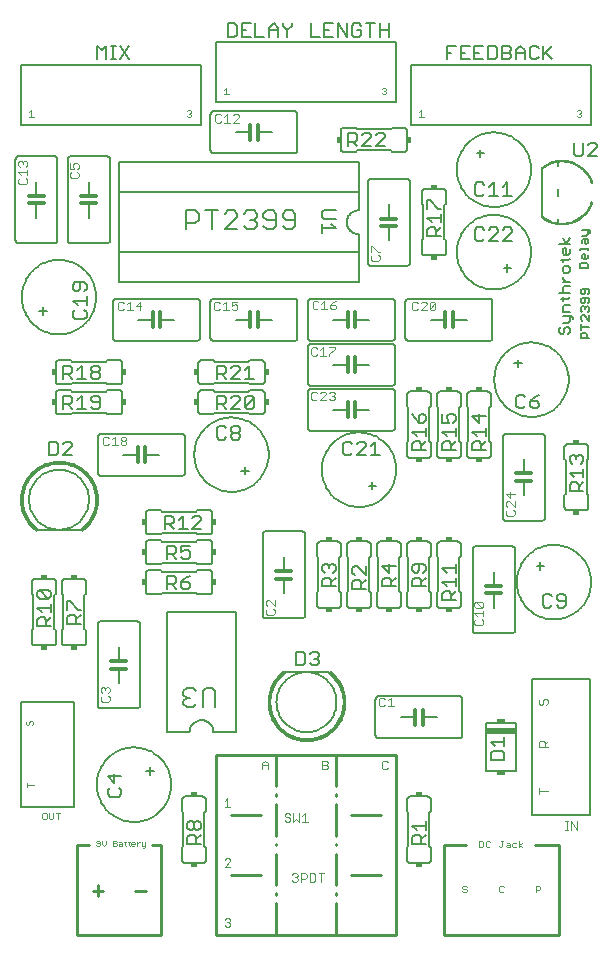
<source format=gto>
G75*
G70*
%OFA0B0*%
%FSLAX24Y24*%
%IPPOS*%
%LPD*%
%AMOC8*
5,1,8,0,0,1.08239X$1,22.5*
%
%ADD10C,0.0050*%
%ADD11C,0.0070*%
%ADD12C,0.0030*%
%ADD13C,0.0060*%
%ADD14R,0.0150X0.0200*%
%ADD15C,0.0120*%
%ADD16R,0.0200X0.0150*%
%ADD17R,0.1000X0.0200*%
%ADD18R,0.0300X0.0150*%
%ADD19C,0.0080*%
%ADD20C,0.0010*%
%ADD21C,0.0100*%
%ADD22C,0.0020*%
%ADD23C,0.0040*%
D10*
X001117Y004930D02*
X002867Y004930D01*
X002867Y008430D01*
X001117Y008430D01*
X001117Y004930D01*
X003991Y005355D02*
X004066Y005280D01*
X004367Y005280D01*
X004442Y005355D01*
X004442Y005505D01*
X004367Y005580D01*
X004216Y005740D02*
X004216Y006041D01*
X003991Y005966D02*
X004216Y005740D01*
X004066Y005580D02*
X003991Y005505D01*
X003991Y005355D01*
X003991Y005966D02*
X004442Y005966D01*
X010267Y009655D02*
X010492Y009655D01*
X010567Y009730D01*
X010567Y010030D01*
X010492Y010105D01*
X010267Y010105D01*
X010267Y009655D01*
X010727Y009730D02*
X010802Y009655D01*
X010952Y009655D01*
X011027Y009730D01*
X011027Y009805D01*
X010952Y009880D01*
X010877Y009880D01*
X010952Y009880D02*
X011027Y009955D01*
X011027Y010030D01*
X010952Y010105D01*
X010802Y010105D01*
X010727Y010030D01*
X011917Y016655D02*
X012067Y016655D01*
X012142Y016730D01*
X012302Y016655D02*
X012602Y016955D01*
X012602Y017030D01*
X012527Y017105D01*
X012377Y017105D01*
X012302Y017030D01*
X012142Y017030D02*
X012067Y017105D01*
X011917Y017105D01*
X011842Y017030D01*
X011842Y016730D01*
X011917Y016655D01*
X012302Y016655D02*
X012602Y016655D01*
X012762Y016655D02*
X013063Y016655D01*
X012913Y016655D02*
X012913Y017105D01*
X012762Y016955D01*
X008402Y017255D02*
X008327Y017180D01*
X008177Y017180D01*
X008102Y017255D01*
X008102Y017330D01*
X008177Y017405D01*
X008327Y017405D01*
X008402Y017330D01*
X008402Y017255D01*
X008327Y017405D02*
X008402Y017480D01*
X008402Y017555D01*
X008327Y017630D01*
X008177Y017630D01*
X008102Y017555D01*
X008102Y017480D01*
X008177Y017405D01*
X007942Y017255D02*
X007867Y017180D01*
X007717Y017180D01*
X007642Y017255D01*
X007642Y017555D01*
X007717Y017630D01*
X007867Y017630D01*
X007942Y017555D01*
X011142Y024069D02*
X011142Y024370D01*
X011142Y024219D02*
X011592Y024219D01*
X011442Y024370D01*
X011592Y024530D02*
X011217Y024530D01*
X011142Y024605D01*
X011142Y024755D01*
X011217Y024830D01*
X011592Y024830D01*
X013617Y028430D02*
X013617Y030430D01*
X007617Y030430D01*
X007617Y028430D01*
X013617Y028430D01*
X014117Y027680D02*
X014117Y029680D01*
X020117Y029680D01*
X020117Y027680D01*
X014117Y027680D01*
X015292Y029855D02*
X015292Y030305D01*
X015592Y030305D01*
X015752Y030305D02*
X015752Y029855D01*
X016052Y029855D01*
X016212Y029855D02*
X016212Y030305D01*
X016513Y030305D01*
X016673Y030305D02*
X016673Y029855D01*
X016898Y029855D01*
X016973Y029930D01*
X016973Y030230D01*
X016898Y030305D01*
X016673Y030305D01*
X016363Y030080D02*
X016212Y030080D01*
X016212Y029855D02*
X016513Y029855D01*
X016052Y030305D02*
X015752Y030305D01*
X015752Y030080D02*
X015902Y030080D01*
X015442Y030080D02*
X015292Y030080D01*
X017133Y030080D02*
X017358Y030080D01*
X017433Y030005D01*
X017433Y029930D01*
X017358Y029855D01*
X017133Y029855D01*
X017133Y030305D01*
X017358Y030305D01*
X017433Y030230D01*
X017433Y030155D01*
X017358Y030080D01*
X017594Y030080D02*
X017894Y030080D01*
X017894Y030155D02*
X017894Y029855D01*
X018054Y029930D02*
X018054Y030230D01*
X018129Y030305D01*
X018279Y030305D01*
X018354Y030230D01*
X018514Y030305D02*
X018514Y029855D01*
X018514Y030005D02*
X018815Y030305D01*
X018589Y030080D02*
X018815Y029855D01*
X018354Y029930D02*
X018279Y029855D01*
X018129Y029855D01*
X018054Y029930D01*
X017894Y030155D02*
X017744Y030305D01*
X017594Y030155D01*
X017594Y029855D01*
X019542Y027080D02*
X019542Y026705D01*
X019617Y026630D01*
X019767Y026630D01*
X019842Y026705D01*
X019842Y027080D01*
X020002Y027005D02*
X020077Y027080D01*
X020227Y027080D01*
X020302Y027005D01*
X020302Y026930D01*
X020002Y026630D01*
X020302Y026630D01*
X020037Y024166D02*
X019812Y024166D01*
X019992Y024166D02*
X019992Y024030D01*
X019947Y023985D01*
X019812Y023985D01*
X019857Y023871D02*
X019992Y023871D01*
X019992Y023736D01*
X019947Y023691D01*
X019902Y023736D01*
X019902Y023871D01*
X019857Y023871D02*
X019812Y023826D01*
X019812Y023736D01*
X019721Y023539D02*
X019992Y023539D01*
X019992Y023494D02*
X019992Y023584D01*
X019902Y023380D02*
X019857Y023380D01*
X019812Y023335D01*
X019812Y023245D01*
X019857Y023200D01*
X019947Y023200D01*
X019992Y023245D01*
X019992Y023335D01*
X019902Y023380D02*
X019902Y023200D01*
X019947Y023085D02*
X019766Y023085D01*
X019721Y023040D01*
X019721Y022905D01*
X019992Y022905D01*
X019992Y023040D01*
X019947Y023085D01*
X019721Y023494D02*
X019721Y023539D01*
X020082Y024075D02*
X020082Y024121D01*
X020037Y024166D01*
X019997Y022208D02*
X019816Y022208D01*
X019771Y022163D01*
X019771Y022073D01*
X019816Y022028D01*
X019862Y022028D01*
X019907Y022073D01*
X019907Y022208D01*
X019997Y022208D02*
X020042Y022163D01*
X020042Y022073D01*
X019997Y022028D01*
X019997Y021914D02*
X019816Y021914D01*
X019771Y021869D01*
X019771Y021779D01*
X019816Y021734D01*
X019862Y021734D01*
X019907Y021779D01*
X019907Y021914D01*
X019997Y021914D02*
X020042Y021869D01*
X020042Y021779D01*
X019997Y021734D01*
X019997Y021619D02*
X020042Y021574D01*
X020042Y021484D01*
X019997Y021439D01*
X020042Y021324D02*
X020042Y021144D01*
X019862Y021324D01*
X019816Y021324D01*
X019771Y021279D01*
X019771Y021189D01*
X019816Y021144D01*
X019771Y021030D02*
X019771Y020850D01*
X019771Y020940D02*
X020042Y020940D01*
X019907Y020735D02*
X019952Y020690D01*
X019952Y020555D01*
X020042Y020555D02*
X019771Y020555D01*
X019771Y020690D01*
X019816Y020735D01*
X019907Y020735D01*
X019816Y021439D02*
X019771Y021484D01*
X019771Y021574D01*
X019816Y021619D01*
X019862Y021619D01*
X019907Y021574D01*
X019952Y021619D01*
X019997Y021619D01*
X019907Y021574D02*
X019907Y021529D01*
X018377Y018680D02*
X018227Y018605D01*
X018077Y018455D01*
X018302Y018455D01*
X018377Y018380D01*
X018377Y018305D01*
X018302Y018230D01*
X018152Y018230D01*
X018077Y018305D01*
X018077Y018455D01*
X017917Y018305D02*
X017842Y018230D01*
X017692Y018230D01*
X017617Y018305D01*
X017617Y018605D01*
X017692Y018680D01*
X017842Y018680D01*
X017917Y018605D01*
X017463Y023805D02*
X017162Y023805D01*
X017463Y024105D01*
X017463Y024180D01*
X017388Y024255D01*
X017238Y024255D01*
X017162Y024180D01*
X017002Y024180D02*
X017002Y024105D01*
X016702Y023805D01*
X017002Y023805D01*
X017002Y024180D02*
X016927Y024255D01*
X016777Y024255D01*
X016702Y024180D01*
X016542Y024180D02*
X016467Y024255D01*
X016317Y024255D01*
X016242Y024180D01*
X016242Y023880D01*
X016317Y023805D01*
X016467Y023805D01*
X016542Y023880D01*
X016467Y025305D02*
X016542Y025380D01*
X016467Y025305D02*
X016317Y025305D01*
X016242Y025380D01*
X016242Y025680D01*
X016317Y025755D01*
X016467Y025755D01*
X016542Y025680D01*
X016702Y025605D02*
X016852Y025755D01*
X016852Y025305D01*
X016702Y025305D02*
X017002Y025305D01*
X017162Y025305D02*
X017463Y025305D01*
X017313Y025305D02*
X017313Y025755D01*
X017162Y025605D01*
X013356Y030605D02*
X013356Y031055D01*
X013356Y030830D02*
X013056Y030830D01*
X013056Y030605D02*
X013056Y031055D01*
X012896Y031055D02*
X012596Y031055D01*
X012746Y031055D02*
X012746Y030605D01*
X012435Y030680D02*
X012435Y030830D01*
X012285Y030830D01*
X012135Y030980D02*
X012135Y030680D01*
X012210Y030605D01*
X012360Y030605D01*
X012435Y030680D01*
X012435Y030980D02*
X012360Y031055D01*
X012210Y031055D01*
X012135Y030980D01*
X011975Y031055D02*
X011975Y030605D01*
X011675Y031055D01*
X011675Y030605D01*
X011515Y030605D02*
X011214Y030605D01*
X011214Y031055D01*
X011515Y031055D01*
X011365Y030830D02*
X011214Y030830D01*
X011054Y030605D02*
X010754Y030605D01*
X010754Y031055D01*
X010133Y031055D02*
X010133Y030980D01*
X009983Y030830D01*
X009983Y030605D01*
X009983Y030830D02*
X009833Y030980D01*
X009833Y031055D01*
X009673Y030905D02*
X009673Y030605D01*
X009673Y030830D02*
X009373Y030830D01*
X009373Y030905D02*
X009523Y031055D01*
X009673Y030905D01*
X009373Y030905D02*
X009373Y030605D01*
X009213Y030605D02*
X008912Y030605D01*
X008912Y031055D01*
X008752Y031055D02*
X008452Y031055D01*
X008452Y030605D01*
X008752Y030605D01*
X008602Y030830D02*
X008452Y030830D01*
X008292Y030680D02*
X008292Y030980D01*
X008217Y031055D01*
X007992Y031055D01*
X007992Y030605D01*
X008217Y030605D01*
X008292Y030680D01*
X007117Y029680D02*
X001117Y029680D01*
X001117Y027680D01*
X007117Y027680D01*
X007117Y029680D01*
X004709Y029855D02*
X004409Y030305D01*
X004252Y030305D02*
X004102Y030305D01*
X004177Y030305D02*
X004177Y029855D01*
X004102Y029855D02*
X004252Y029855D01*
X004409Y029855D02*
X004709Y030305D01*
X003942Y030305D02*
X003942Y029855D01*
X003642Y029855D02*
X003642Y030305D01*
X003792Y030155D01*
X003942Y030305D01*
X003217Y022426D02*
X002916Y022426D01*
X002841Y022351D01*
X002841Y022201D01*
X002916Y022126D01*
X002991Y022126D01*
X003066Y022201D01*
X003066Y022426D01*
X003217Y022426D02*
X003292Y022351D01*
X003292Y022201D01*
X003217Y022126D01*
X003292Y021966D02*
X003292Y021665D01*
X003292Y021816D02*
X002841Y021816D01*
X002991Y021665D01*
X002916Y021505D02*
X002841Y021430D01*
X002841Y021280D01*
X002916Y021205D01*
X003217Y021205D01*
X003292Y021280D01*
X003292Y021430D01*
X003217Y021505D01*
X002727Y017105D02*
X002577Y017105D01*
X002502Y017030D01*
X002342Y017030D02*
X002267Y017105D01*
X002042Y017105D01*
X002042Y016655D01*
X002267Y016655D01*
X002342Y016730D01*
X002342Y017030D01*
X002502Y016655D02*
X002802Y016955D01*
X002802Y017030D01*
X002727Y017105D01*
X002802Y016655D02*
X002502Y016655D01*
X016766Y007116D02*
X017217Y007116D01*
X017217Y007266D02*
X017217Y006965D01*
X017142Y006805D02*
X016841Y006805D01*
X016766Y006730D01*
X016766Y006505D01*
X017217Y006505D01*
X017217Y006730D01*
X017142Y006805D01*
X016916Y006965D02*
X016766Y007116D01*
X018142Y009205D02*
X020067Y009205D01*
X020067Y004655D01*
X018142Y004655D01*
X018142Y009205D01*
X018567Y011580D02*
X018717Y011580D01*
X018792Y011655D01*
X018952Y011655D02*
X019027Y011580D01*
X019177Y011580D01*
X019252Y011655D01*
X019252Y011955D01*
X019177Y012030D01*
X019027Y012030D01*
X018952Y011955D01*
X018952Y011880D01*
X019027Y011805D01*
X019252Y011805D01*
X018792Y011955D02*
X018717Y012030D01*
X018567Y012030D01*
X018492Y011955D01*
X018492Y011655D01*
X018567Y011580D01*
D11*
X010140Y024190D02*
X009930Y024190D01*
X009824Y024295D01*
X009600Y024295D02*
X009600Y024715D01*
X009495Y024821D01*
X009285Y024821D01*
X009180Y024715D01*
X009180Y024610D01*
X009285Y024505D01*
X009600Y024505D01*
X009600Y024295D02*
X009495Y024190D01*
X009285Y024190D01*
X009180Y024295D01*
X008956Y024295D02*
X008851Y024190D01*
X008640Y024190D01*
X008535Y024295D01*
X008311Y024190D02*
X007891Y024190D01*
X008311Y024610D01*
X008311Y024715D01*
X008206Y024821D01*
X007996Y024821D01*
X007891Y024715D01*
X007667Y024821D02*
X007246Y024821D01*
X007456Y024821D02*
X007456Y024190D01*
X007022Y024505D02*
X006917Y024400D01*
X006602Y024400D01*
X006602Y024190D02*
X006602Y024821D01*
X006917Y024821D01*
X007022Y024715D01*
X007022Y024505D01*
X008535Y024715D02*
X008640Y024821D01*
X008851Y024821D01*
X008956Y024715D01*
X008956Y024610D01*
X008851Y024505D01*
X008956Y024400D01*
X008956Y024295D01*
X008851Y024505D02*
X008745Y024505D01*
X009824Y024610D02*
X009930Y024505D01*
X010245Y024505D01*
X010245Y024295D02*
X010245Y024715D01*
X010140Y024821D01*
X009930Y024821D01*
X009824Y024715D01*
X009824Y024610D01*
X010140Y024190D02*
X010245Y024295D01*
X007477Y008895D02*
X007266Y008895D01*
X007161Y008790D01*
X007161Y008264D01*
X006937Y008370D02*
X006832Y008264D01*
X006622Y008264D01*
X006517Y008370D01*
X006517Y008475D01*
X006622Y008580D01*
X006517Y008685D01*
X006517Y008790D01*
X006622Y008895D01*
X006832Y008895D01*
X006937Y008790D01*
X006727Y008580D02*
X006622Y008580D01*
X007477Y008895D02*
X007582Y008790D01*
X007582Y008264D01*
D12*
X009310Y011345D02*
X009503Y011345D01*
X009552Y011393D01*
X009552Y011490D01*
X009503Y011538D01*
X009552Y011640D02*
X009358Y011833D01*
X009310Y011833D01*
X009261Y011785D01*
X009261Y011688D01*
X009310Y011640D01*
X009310Y011538D02*
X009261Y011490D01*
X009261Y011393D01*
X009310Y011345D01*
X009552Y011640D02*
X009552Y011833D01*
X013032Y008537D02*
X013032Y008343D01*
X013080Y008295D01*
X013177Y008295D01*
X013225Y008343D01*
X013326Y008295D02*
X013520Y008295D01*
X013423Y008295D02*
X013423Y008585D01*
X013326Y008488D01*
X013225Y008537D02*
X013177Y008585D01*
X013080Y008585D01*
X013032Y008537D01*
X016211Y011043D02*
X016260Y010995D01*
X016453Y010995D01*
X016502Y011043D01*
X016502Y011140D01*
X016453Y011188D01*
X016502Y011290D02*
X016502Y011483D01*
X016502Y011386D02*
X016211Y011386D01*
X016308Y011290D01*
X016260Y011188D02*
X016211Y011140D01*
X016211Y011043D01*
X016260Y011584D02*
X016211Y011633D01*
X016211Y011729D01*
X016260Y011778D01*
X016453Y011584D01*
X016502Y011633D01*
X016502Y011729D01*
X016453Y011778D01*
X016260Y011778D01*
X016260Y011584D02*
X016453Y011584D01*
X018410Y008538D02*
X018361Y008490D01*
X018361Y008393D01*
X018410Y008345D01*
X018458Y008345D01*
X018507Y008393D01*
X018507Y008490D01*
X018555Y008538D01*
X018603Y008538D01*
X018652Y008490D01*
X018652Y008393D01*
X018603Y008345D01*
X018652Y007138D02*
X018555Y007042D01*
X018555Y007090D02*
X018555Y006945D01*
X018652Y006945D02*
X018361Y006945D01*
X018361Y007090D01*
X018410Y007138D01*
X018507Y007138D01*
X018555Y007090D01*
X018361Y005563D02*
X018361Y005370D01*
X018361Y005467D02*
X018652Y005467D01*
X019241Y004465D02*
X019337Y004465D01*
X019289Y004465D02*
X019289Y004175D01*
X019241Y004175D02*
X019337Y004175D01*
X019437Y004175D02*
X019437Y004465D01*
X019631Y004175D01*
X019631Y004465D01*
X018379Y002305D02*
X018414Y002270D01*
X018414Y002200D01*
X018379Y002165D01*
X018274Y002165D01*
X018274Y002095D02*
X018274Y002305D01*
X018379Y002305D01*
X017798Y003587D02*
X017693Y003658D01*
X017798Y003728D01*
X017693Y003798D02*
X017693Y003587D01*
X017612Y003587D02*
X017507Y003587D01*
X017472Y003623D01*
X017472Y003693D01*
X017507Y003728D01*
X017612Y003728D01*
X017391Y003693D02*
X017391Y003587D01*
X017286Y003587D01*
X017251Y003623D01*
X017286Y003658D01*
X017391Y003658D01*
X017391Y003693D02*
X017356Y003728D01*
X017286Y003728D01*
X017170Y003798D02*
X017100Y003798D01*
X017135Y003798D02*
X017135Y003623D01*
X017100Y003587D01*
X017065Y003587D01*
X017030Y003623D01*
X016728Y003623D02*
X016693Y003587D01*
X016623Y003587D01*
X016588Y003623D01*
X016588Y003763D01*
X016623Y003798D01*
X016693Y003798D01*
X016728Y003763D01*
X016507Y003763D02*
X016472Y003798D01*
X016367Y003798D01*
X016367Y003587D01*
X016472Y003587D01*
X016507Y003623D01*
X016507Y003763D01*
X017084Y002305D02*
X017049Y002270D01*
X017049Y002130D01*
X017084Y002095D01*
X017154Y002095D01*
X017189Y002130D01*
X017189Y002270D02*
X017154Y002305D01*
X017084Y002305D01*
X015954Y002270D02*
X015919Y002305D01*
X015849Y002305D01*
X015814Y002270D01*
X015814Y002235D01*
X015849Y002200D01*
X015919Y002200D01*
X015954Y002165D01*
X015954Y002130D01*
X015919Y002095D01*
X015849Y002095D01*
X015814Y002130D01*
X017310Y014645D02*
X017503Y014645D01*
X017552Y014693D01*
X017552Y014790D01*
X017503Y014838D01*
X017552Y014940D02*
X017358Y015133D01*
X017310Y015133D01*
X017261Y015085D01*
X017261Y014988D01*
X017310Y014940D01*
X017310Y014838D02*
X017261Y014790D01*
X017261Y014693D01*
X017310Y014645D01*
X017552Y014940D02*
X017552Y015133D01*
X017407Y015234D02*
X017407Y015428D01*
X017552Y015379D02*
X017261Y015379D01*
X017407Y015234D01*
X014866Y021495D02*
X014769Y021495D01*
X014721Y021543D01*
X014914Y021737D01*
X014914Y021543D01*
X014866Y021495D01*
X014721Y021543D02*
X014721Y021737D01*
X014769Y021785D01*
X014866Y021785D01*
X014914Y021737D01*
X014620Y021737D02*
X014571Y021785D01*
X014475Y021785D01*
X014426Y021737D01*
X014325Y021737D02*
X014277Y021785D01*
X014180Y021785D01*
X014132Y021737D01*
X014132Y021543D01*
X014180Y021495D01*
X014277Y021495D01*
X014325Y021543D01*
X014426Y021495D02*
X014620Y021688D01*
X014620Y021737D01*
X014620Y021495D02*
X014426Y021495D01*
X013003Y023145D02*
X013052Y023193D01*
X013052Y023290D01*
X013003Y023338D01*
X013003Y023440D02*
X013052Y023440D01*
X013003Y023440D02*
X012810Y023633D01*
X012761Y023633D01*
X012761Y023440D01*
X012810Y023338D02*
X012761Y023290D01*
X012761Y023193D01*
X012810Y023145D01*
X013003Y023145D01*
X011606Y021815D02*
X011509Y021767D01*
X011412Y021670D01*
X011557Y021670D01*
X011606Y021622D01*
X011606Y021573D01*
X011557Y021525D01*
X011460Y021525D01*
X011412Y021573D01*
X011412Y021670D01*
X011311Y021525D02*
X011117Y021525D01*
X011214Y021525D02*
X011214Y021815D01*
X011117Y021718D01*
X011016Y021767D02*
X010968Y021815D01*
X010871Y021815D01*
X010823Y021767D01*
X010823Y021573D01*
X010871Y021525D01*
X010968Y021525D01*
X011016Y021573D01*
X010918Y020265D02*
X010821Y020265D01*
X010773Y020217D01*
X010773Y020023D01*
X010821Y019975D01*
X010918Y019975D01*
X010966Y020023D01*
X011067Y019975D02*
X011261Y019975D01*
X011164Y019975D02*
X011164Y020265D01*
X011067Y020168D01*
X010966Y020217D02*
X010918Y020265D01*
X011362Y020265D02*
X011556Y020265D01*
X011556Y020217D01*
X011362Y020023D01*
X011362Y019975D01*
X011419Y018785D02*
X011516Y018785D01*
X011564Y018737D01*
X011564Y018688D01*
X011516Y018640D01*
X011564Y018592D01*
X011564Y018543D01*
X011516Y018495D01*
X011419Y018495D01*
X011371Y018543D01*
X011270Y018495D02*
X011076Y018495D01*
X011270Y018688D01*
X011270Y018737D01*
X011221Y018785D01*
X011125Y018785D01*
X011076Y018737D01*
X010975Y018737D02*
X010927Y018785D01*
X010830Y018785D01*
X010782Y018737D01*
X010782Y018543D01*
X010830Y018495D01*
X010927Y018495D01*
X010975Y018543D01*
X011371Y018737D02*
X011419Y018785D01*
X011468Y018640D02*
X011516Y018640D01*
X008314Y021543D02*
X008266Y021495D01*
X008169Y021495D01*
X008121Y021543D01*
X008121Y021640D02*
X008218Y021688D01*
X008266Y021688D01*
X008314Y021640D01*
X008314Y021543D01*
X008121Y021640D02*
X008121Y021785D01*
X008314Y021785D01*
X008020Y021495D02*
X007826Y021495D01*
X007923Y021495D02*
X007923Y021785D01*
X007826Y021688D01*
X007725Y021737D02*
X007677Y021785D01*
X007580Y021785D01*
X007532Y021737D01*
X007532Y021543D01*
X007580Y021495D01*
X007677Y021495D01*
X007725Y021543D01*
X005114Y021640D02*
X004921Y021640D01*
X005066Y021785D01*
X005066Y021495D01*
X004820Y021495D02*
X004626Y021495D01*
X004723Y021495D02*
X004723Y021785D01*
X004626Y021688D01*
X004525Y021737D02*
X004477Y021785D01*
X004380Y021785D01*
X004332Y021737D01*
X004332Y021543D01*
X004380Y021495D01*
X004477Y021495D01*
X004525Y021543D01*
X004566Y017285D02*
X004614Y017237D01*
X004614Y017188D01*
X004566Y017140D01*
X004469Y017140D01*
X004421Y017188D01*
X004421Y017237D01*
X004469Y017285D01*
X004566Y017285D01*
X004566Y017140D02*
X004614Y017092D01*
X004614Y017043D01*
X004566Y016995D01*
X004469Y016995D01*
X004421Y017043D01*
X004421Y017092D01*
X004469Y017140D01*
X004320Y016995D02*
X004126Y016995D01*
X004223Y016995D02*
X004223Y017285D01*
X004126Y017188D01*
X004025Y017237D02*
X003977Y017285D01*
X003880Y017285D01*
X003832Y017237D01*
X003832Y017043D01*
X003880Y016995D01*
X003977Y016995D01*
X004025Y017043D01*
X003955Y008933D02*
X004003Y008933D01*
X004052Y008885D01*
X004052Y008788D01*
X004003Y008740D01*
X004003Y008638D02*
X004052Y008590D01*
X004052Y008493D01*
X004003Y008445D01*
X003810Y008445D01*
X003761Y008493D01*
X003761Y008590D01*
X003810Y008638D01*
X003810Y008740D02*
X003761Y008788D01*
X003761Y008885D01*
X003810Y008933D01*
X003858Y008933D01*
X003907Y008885D01*
X003955Y008933D01*
X003907Y008885D02*
X003907Y008836D01*
X001253Y025695D02*
X001302Y025743D01*
X001302Y025840D01*
X001253Y025888D01*
X001302Y025990D02*
X001302Y026183D01*
X001302Y026086D02*
X001011Y026086D01*
X001108Y025990D01*
X001060Y025888D02*
X001011Y025840D01*
X001011Y025743D01*
X001060Y025695D01*
X001253Y025695D01*
X001253Y026284D02*
X001302Y026333D01*
X001302Y026429D01*
X001253Y026478D01*
X001205Y026478D01*
X001157Y026429D01*
X001157Y026381D01*
X001157Y026429D02*
X001108Y026478D01*
X001060Y026478D01*
X001011Y026429D01*
X001011Y026333D01*
X001060Y026284D01*
X002731Y026200D02*
X002877Y026200D01*
X002828Y026297D01*
X002828Y026345D01*
X002877Y026394D01*
X002973Y026394D01*
X003022Y026345D01*
X003022Y026249D01*
X002973Y026200D01*
X002973Y026099D02*
X003022Y026051D01*
X003022Y025954D01*
X002973Y025906D01*
X002780Y025906D01*
X002731Y025954D01*
X002731Y026051D01*
X002780Y026099D01*
X002731Y026200D02*
X002731Y026394D01*
X007582Y027793D02*
X007630Y027745D01*
X007727Y027745D01*
X007775Y027793D01*
X007876Y027745D02*
X008070Y027745D01*
X007973Y027745D02*
X007973Y028035D01*
X007876Y027938D01*
X007775Y027987D02*
X007727Y028035D01*
X007630Y028035D01*
X007582Y027987D01*
X007582Y027793D01*
X008171Y027745D02*
X008364Y027938D01*
X008364Y027987D01*
X008316Y028035D01*
X008219Y028035D01*
X008171Y027987D01*
X008171Y027745D02*
X008364Y027745D01*
D13*
X008267Y027430D02*
X008747Y027430D01*
X008997Y027430D02*
X009467Y027430D01*
X010217Y026730D02*
X010234Y026732D01*
X010251Y026736D01*
X010267Y026743D01*
X010281Y026753D01*
X010294Y026766D01*
X010304Y026780D01*
X010311Y026796D01*
X010315Y026813D01*
X010317Y026830D01*
X010317Y028030D01*
X010315Y028047D01*
X010311Y028064D01*
X010304Y028080D01*
X010294Y028094D01*
X010281Y028107D01*
X010267Y028117D01*
X010251Y028124D01*
X010234Y028128D01*
X010217Y028130D01*
X007517Y028130D01*
X007500Y028128D01*
X007483Y028124D01*
X007467Y028117D01*
X007453Y028107D01*
X007440Y028094D01*
X007430Y028080D01*
X007423Y028064D01*
X007419Y028047D01*
X007417Y028030D01*
X007417Y026830D01*
X007419Y026813D01*
X007423Y026796D01*
X007430Y026780D01*
X007440Y026766D01*
X007453Y026753D01*
X007467Y026743D01*
X007483Y026736D01*
X007500Y026732D01*
X007517Y026730D01*
X010217Y026730D01*
X011760Y026880D02*
X011760Y027480D01*
X011762Y027497D01*
X011766Y027514D01*
X011773Y027530D01*
X011783Y027544D01*
X011796Y027557D01*
X011810Y027567D01*
X011826Y027574D01*
X011843Y027578D01*
X011860Y027580D01*
X012260Y027580D01*
X012310Y027530D01*
X013423Y027530D01*
X013473Y027580D01*
X013873Y027580D01*
X013890Y027578D01*
X013907Y027574D01*
X013923Y027567D01*
X013937Y027557D01*
X013950Y027544D01*
X013960Y027530D01*
X013967Y027514D01*
X013971Y027497D01*
X013973Y027480D01*
X013973Y026880D01*
X013971Y026863D01*
X013967Y026846D01*
X013960Y026830D01*
X013950Y026816D01*
X013937Y026803D01*
X013923Y026793D01*
X013907Y026786D01*
X013890Y026782D01*
X013873Y026780D01*
X013473Y026780D01*
X013423Y026830D01*
X012310Y026830D01*
X012260Y026780D01*
X011860Y026780D01*
X011843Y026782D01*
X011826Y026786D01*
X011810Y026793D01*
X011796Y026803D01*
X011783Y026816D01*
X011773Y026830D01*
X011766Y026846D01*
X011762Y026863D01*
X011760Y026880D01*
X012015Y026960D02*
X012015Y027400D01*
X012236Y027400D01*
X012309Y027327D01*
X012309Y027180D01*
X012236Y027107D01*
X012015Y027107D01*
X012162Y027107D02*
X012309Y026960D01*
X012476Y026960D02*
X012769Y027254D01*
X012769Y027327D01*
X012696Y027400D01*
X012549Y027400D01*
X012476Y027327D01*
X012476Y026960D02*
X012769Y026960D01*
X012936Y026960D02*
X013230Y027254D01*
X013230Y027327D01*
X013156Y027400D01*
X013010Y027400D01*
X012936Y027327D01*
X012936Y026960D02*
X013230Y026960D01*
X012767Y025880D02*
X013967Y025880D01*
X013984Y025878D01*
X014001Y025874D01*
X014017Y025867D01*
X014031Y025857D01*
X014044Y025844D01*
X014054Y025830D01*
X014061Y025814D01*
X014065Y025797D01*
X014067Y025780D01*
X014067Y023080D01*
X014065Y023063D01*
X014061Y023046D01*
X014054Y023030D01*
X014044Y023016D01*
X014031Y023003D01*
X014017Y022993D01*
X014001Y022986D01*
X013984Y022982D01*
X013967Y022980D01*
X012767Y022980D01*
X012750Y022982D01*
X012733Y022986D01*
X012717Y022993D01*
X012703Y023003D01*
X012690Y023016D01*
X012680Y023030D01*
X012673Y023046D01*
X012669Y023063D01*
X012667Y023080D01*
X012667Y025780D01*
X012669Y025797D01*
X012673Y025814D01*
X012680Y025830D01*
X012690Y025844D01*
X012703Y025857D01*
X012717Y025867D01*
X012733Y025874D01*
X012750Y025878D01*
X012767Y025880D01*
X012367Y025430D02*
X012367Y026430D01*
X004367Y026430D01*
X004367Y025430D01*
X012367Y025430D01*
X012367Y024830D01*
X012328Y024828D01*
X012289Y024822D01*
X012251Y024813D01*
X012214Y024800D01*
X012178Y024783D01*
X012145Y024763D01*
X012113Y024739D01*
X012084Y024713D01*
X012058Y024684D01*
X012034Y024652D01*
X012014Y024619D01*
X011997Y024583D01*
X011984Y024546D01*
X011975Y024508D01*
X011969Y024469D01*
X011967Y024430D01*
X011969Y024391D01*
X011975Y024352D01*
X011984Y024314D01*
X011997Y024277D01*
X012014Y024241D01*
X012034Y024208D01*
X012058Y024176D01*
X012084Y024147D01*
X012113Y024121D01*
X012145Y024097D01*
X012178Y024077D01*
X012214Y024060D01*
X012251Y024047D01*
X012289Y024038D01*
X012328Y024032D01*
X012367Y024030D01*
X012367Y023430D01*
X004367Y023430D01*
X004367Y025430D01*
X004067Y026530D02*
X004067Y023830D01*
X004065Y023813D01*
X004061Y023796D01*
X004054Y023780D01*
X004044Y023766D01*
X004031Y023753D01*
X004017Y023743D01*
X004001Y023736D01*
X003984Y023732D01*
X003967Y023730D01*
X002767Y023730D01*
X002750Y023732D01*
X002733Y023736D01*
X002717Y023743D01*
X002703Y023753D01*
X002690Y023766D01*
X002680Y023780D01*
X002673Y023796D01*
X002669Y023813D01*
X002667Y023830D01*
X002667Y026530D01*
X002669Y026547D01*
X002673Y026564D01*
X002680Y026580D01*
X002690Y026594D01*
X002703Y026607D01*
X002717Y026617D01*
X002733Y026624D01*
X002750Y026628D01*
X002767Y026630D01*
X003967Y026630D01*
X003984Y026628D01*
X004001Y026624D01*
X004017Y026617D01*
X004031Y026607D01*
X004044Y026594D01*
X004054Y026580D01*
X004061Y026564D01*
X004065Y026547D01*
X004067Y026530D01*
X003367Y025780D02*
X003367Y025310D01*
X003367Y025060D02*
X003367Y024580D01*
X004367Y023430D02*
X004367Y022430D01*
X012367Y022430D01*
X012367Y023430D01*
X013367Y023830D02*
X013367Y024300D01*
X013367Y024550D02*
X013367Y025030D01*
X014467Y025036D02*
X014467Y025436D01*
X014469Y025453D01*
X014473Y025470D01*
X014480Y025486D01*
X014490Y025500D01*
X014503Y025513D01*
X014517Y025523D01*
X014533Y025530D01*
X014550Y025534D01*
X014567Y025536D01*
X015167Y025536D01*
X015184Y025534D01*
X015201Y025530D01*
X015217Y025523D01*
X015231Y025513D01*
X015244Y025500D01*
X015254Y025486D01*
X015261Y025470D01*
X015265Y025453D01*
X015267Y025436D01*
X015267Y025036D01*
X015217Y024986D01*
X015217Y023874D01*
X015267Y023824D01*
X015267Y023424D01*
X015265Y023407D01*
X015261Y023390D01*
X015254Y023374D01*
X015244Y023360D01*
X015231Y023347D01*
X015217Y023337D01*
X015201Y023330D01*
X015184Y023326D01*
X015167Y023324D01*
X014567Y023324D01*
X014550Y023326D01*
X014533Y023330D01*
X014517Y023337D01*
X014503Y023347D01*
X014490Y023360D01*
X014480Y023374D01*
X014473Y023390D01*
X014469Y023407D01*
X014467Y023424D01*
X014467Y023824D01*
X014517Y023874D01*
X014517Y024986D01*
X014467Y025036D01*
X014646Y025174D02*
X014720Y025174D01*
X015013Y024881D01*
X015087Y024881D01*
X015087Y024714D02*
X015087Y024420D01*
X015087Y024567D02*
X014646Y024567D01*
X014793Y024420D01*
X014720Y024254D02*
X014866Y024254D01*
X014940Y024180D01*
X014940Y023960D01*
X015087Y023960D02*
X014646Y023960D01*
X014646Y024180D01*
X014720Y024254D01*
X014940Y024107D02*
X015087Y024254D01*
X014646Y024881D02*
X014646Y025174D01*
X016287Y026720D02*
X016547Y026720D01*
X016417Y026840D02*
X016417Y026590D01*
X015627Y026180D02*
X015629Y026250D01*
X015635Y026320D01*
X015645Y026390D01*
X015659Y026458D01*
X015676Y026526D01*
X015698Y026593D01*
X015723Y026659D01*
X015752Y026723D01*
X015784Y026785D01*
X015820Y026845D01*
X015860Y026903D01*
X015902Y026959D01*
X015948Y027012D01*
X015996Y027063D01*
X016048Y027111D01*
X016102Y027156D01*
X016158Y027197D01*
X016217Y027236D01*
X016278Y027271D01*
X016340Y027303D01*
X016405Y027331D01*
X016470Y027355D01*
X016538Y027375D01*
X016606Y027392D01*
X016675Y027405D01*
X016744Y027414D01*
X016814Y027419D01*
X016885Y027420D01*
X016955Y027417D01*
X017025Y027410D01*
X017094Y027399D01*
X017162Y027384D01*
X017230Y027366D01*
X017297Y027343D01*
X017362Y027317D01*
X017425Y027287D01*
X017487Y027254D01*
X017547Y027217D01*
X017604Y027177D01*
X017660Y027134D01*
X017712Y027087D01*
X017762Y027038D01*
X017809Y026986D01*
X017853Y026931D01*
X017894Y026874D01*
X017932Y026815D01*
X017966Y026754D01*
X017997Y026691D01*
X018024Y026626D01*
X018047Y026560D01*
X018067Y026492D01*
X018083Y026424D01*
X018095Y026355D01*
X018103Y026285D01*
X018107Y026215D01*
X018107Y026145D01*
X018103Y026075D01*
X018095Y026005D01*
X018083Y025936D01*
X018067Y025868D01*
X018047Y025800D01*
X018024Y025734D01*
X017997Y025669D01*
X017966Y025606D01*
X017932Y025545D01*
X017894Y025486D01*
X017853Y025429D01*
X017809Y025374D01*
X017762Y025322D01*
X017712Y025273D01*
X017660Y025226D01*
X017604Y025183D01*
X017547Y025143D01*
X017487Y025106D01*
X017425Y025073D01*
X017362Y025043D01*
X017297Y025017D01*
X017230Y024994D01*
X017162Y024976D01*
X017094Y024961D01*
X017025Y024950D01*
X016955Y024943D01*
X016885Y024940D01*
X016814Y024941D01*
X016744Y024946D01*
X016675Y024955D01*
X016606Y024968D01*
X016538Y024985D01*
X016470Y025005D01*
X016405Y025029D01*
X016340Y025057D01*
X016278Y025089D01*
X016217Y025124D01*
X016158Y025163D01*
X016102Y025204D01*
X016048Y025249D01*
X015996Y025297D01*
X015948Y025348D01*
X015902Y025401D01*
X015860Y025457D01*
X015820Y025515D01*
X015784Y025575D01*
X015752Y025637D01*
X015723Y025701D01*
X015698Y025767D01*
X015676Y025834D01*
X015659Y025902D01*
X015645Y025970D01*
X015635Y026040D01*
X015629Y026110D01*
X015627Y026180D01*
X015627Y023430D02*
X015629Y023500D01*
X015635Y023570D01*
X015645Y023640D01*
X015659Y023708D01*
X015676Y023776D01*
X015698Y023843D01*
X015723Y023909D01*
X015752Y023973D01*
X015784Y024035D01*
X015820Y024095D01*
X015860Y024153D01*
X015902Y024209D01*
X015948Y024262D01*
X015996Y024313D01*
X016048Y024361D01*
X016102Y024406D01*
X016158Y024447D01*
X016217Y024486D01*
X016278Y024521D01*
X016340Y024553D01*
X016405Y024581D01*
X016470Y024605D01*
X016538Y024625D01*
X016606Y024642D01*
X016675Y024655D01*
X016744Y024664D01*
X016814Y024669D01*
X016885Y024670D01*
X016955Y024667D01*
X017025Y024660D01*
X017094Y024649D01*
X017162Y024634D01*
X017230Y024616D01*
X017297Y024593D01*
X017362Y024567D01*
X017425Y024537D01*
X017487Y024504D01*
X017547Y024467D01*
X017604Y024427D01*
X017660Y024384D01*
X017712Y024337D01*
X017762Y024288D01*
X017809Y024236D01*
X017853Y024181D01*
X017894Y024124D01*
X017932Y024065D01*
X017966Y024004D01*
X017997Y023941D01*
X018024Y023876D01*
X018047Y023810D01*
X018067Y023742D01*
X018083Y023674D01*
X018095Y023605D01*
X018103Y023535D01*
X018107Y023465D01*
X018107Y023395D01*
X018103Y023325D01*
X018095Y023255D01*
X018083Y023186D01*
X018067Y023118D01*
X018047Y023050D01*
X018024Y022984D01*
X017997Y022919D01*
X017966Y022856D01*
X017932Y022795D01*
X017894Y022736D01*
X017853Y022679D01*
X017809Y022624D01*
X017762Y022572D01*
X017712Y022523D01*
X017660Y022476D01*
X017604Y022433D01*
X017547Y022393D01*
X017487Y022356D01*
X017425Y022323D01*
X017362Y022293D01*
X017297Y022267D01*
X017230Y022244D01*
X017162Y022226D01*
X017094Y022211D01*
X017025Y022200D01*
X016955Y022193D01*
X016885Y022190D01*
X016814Y022191D01*
X016744Y022196D01*
X016675Y022205D01*
X016606Y022218D01*
X016538Y022235D01*
X016470Y022255D01*
X016405Y022279D01*
X016340Y022307D01*
X016278Y022339D01*
X016217Y022374D01*
X016158Y022413D01*
X016102Y022454D01*
X016048Y022499D01*
X015996Y022547D01*
X015948Y022598D01*
X015902Y022651D01*
X015860Y022707D01*
X015820Y022765D01*
X015784Y022825D01*
X015752Y022887D01*
X015723Y022951D01*
X015698Y023017D01*
X015676Y023084D01*
X015659Y023152D01*
X015645Y023220D01*
X015635Y023290D01*
X015629Y023360D01*
X015627Y023430D01*
X016717Y021880D02*
X014017Y021880D01*
X014000Y021878D01*
X013983Y021874D01*
X013967Y021867D01*
X013953Y021857D01*
X013940Y021844D01*
X013930Y021830D01*
X013923Y021814D01*
X013919Y021797D01*
X013917Y021780D01*
X013917Y020580D01*
X013919Y020563D01*
X013923Y020546D01*
X013930Y020530D01*
X013940Y020516D01*
X013953Y020503D01*
X013967Y020493D01*
X013983Y020486D01*
X014000Y020482D01*
X014017Y020480D01*
X016717Y020480D01*
X016734Y020482D01*
X016751Y020486D01*
X016767Y020493D01*
X016781Y020503D01*
X016794Y020516D01*
X016804Y020530D01*
X016811Y020546D01*
X016815Y020563D01*
X016817Y020580D01*
X016817Y021780D01*
X016815Y021797D01*
X016811Y021814D01*
X016804Y021830D01*
X016794Y021844D01*
X016781Y021857D01*
X016767Y021867D01*
X016751Y021874D01*
X016734Y021878D01*
X016717Y021880D01*
X015967Y021180D02*
X015487Y021180D01*
X015237Y021180D02*
X014767Y021180D01*
X013567Y020580D02*
X013567Y021780D01*
X013565Y021797D01*
X013561Y021814D01*
X013554Y021830D01*
X013544Y021844D01*
X013531Y021857D01*
X013517Y021867D01*
X013501Y021874D01*
X013484Y021878D01*
X013467Y021880D01*
X010767Y021880D01*
X010750Y021878D01*
X010733Y021874D01*
X010717Y021867D01*
X010703Y021857D01*
X010690Y021844D01*
X010680Y021830D01*
X010673Y021814D01*
X010669Y021797D01*
X010667Y021780D01*
X010667Y020580D01*
X010669Y020563D01*
X010673Y020546D01*
X010680Y020530D01*
X010690Y020516D01*
X010703Y020503D01*
X010717Y020493D01*
X010733Y020486D01*
X010750Y020482D01*
X010767Y020480D01*
X013467Y020480D01*
X013484Y020482D01*
X013501Y020486D01*
X013517Y020493D01*
X013531Y020503D01*
X013544Y020516D01*
X013554Y020530D01*
X013561Y020546D01*
X013565Y020563D01*
X013567Y020580D01*
X013467Y020380D02*
X010767Y020380D01*
X010750Y020378D01*
X010733Y020374D01*
X010717Y020367D01*
X010703Y020357D01*
X010690Y020344D01*
X010680Y020330D01*
X010673Y020314D01*
X010669Y020297D01*
X010667Y020280D01*
X010667Y019080D01*
X010669Y019063D01*
X010673Y019046D01*
X010680Y019030D01*
X010690Y019016D01*
X010703Y019003D01*
X010717Y018993D01*
X010733Y018986D01*
X010750Y018982D01*
X010767Y018980D01*
X013467Y018980D01*
X013484Y018982D01*
X013501Y018986D01*
X013517Y018993D01*
X013531Y019003D01*
X013544Y019016D01*
X013554Y019030D01*
X013561Y019046D01*
X013565Y019063D01*
X013567Y019080D01*
X013567Y020280D01*
X013565Y020297D01*
X013561Y020314D01*
X013554Y020330D01*
X013544Y020344D01*
X013531Y020357D01*
X013517Y020367D01*
X013501Y020374D01*
X013484Y020378D01*
X013467Y020380D01*
X012717Y019680D02*
X012237Y019680D01*
X011987Y019680D02*
X011517Y019680D01*
X010767Y018880D02*
X013467Y018880D01*
X013484Y018878D01*
X013501Y018874D01*
X013517Y018867D01*
X013531Y018857D01*
X013544Y018844D01*
X013554Y018830D01*
X013561Y018814D01*
X013565Y018797D01*
X013567Y018780D01*
X013567Y017580D01*
X013565Y017563D01*
X013561Y017546D01*
X013554Y017530D01*
X013544Y017516D01*
X013531Y017503D01*
X013517Y017493D01*
X013501Y017486D01*
X013484Y017482D01*
X013467Y017480D01*
X010767Y017480D01*
X010750Y017482D01*
X010733Y017486D01*
X010717Y017493D01*
X010703Y017503D01*
X010690Y017516D01*
X010680Y017530D01*
X010673Y017546D01*
X010669Y017563D01*
X010667Y017580D01*
X010667Y018780D01*
X010669Y018797D01*
X010673Y018814D01*
X010680Y018830D01*
X010690Y018844D01*
X010703Y018857D01*
X010717Y018867D01*
X010733Y018874D01*
X010750Y018878D01*
X010767Y018880D01*
X011517Y018180D02*
X011987Y018180D01*
X012237Y018180D02*
X012717Y018180D01*
X013967Y018286D02*
X014017Y018236D01*
X014017Y017124D01*
X013967Y017074D01*
X013967Y016674D01*
X013969Y016657D01*
X013973Y016640D01*
X013980Y016624D01*
X013990Y016610D01*
X014003Y016597D01*
X014017Y016587D01*
X014033Y016580D01*
X014050Y016576D01*
X014067Y016574D01*
X014667Y016574D01*
X014684Y016576D01*
X014701Y016580D01*
X014717Y016587D01*
X014731Y016597D01*
X014744Y016610D01*
X014754Y016624D01*
X014761Y016640D01*
X014765Y016657D01*
X014767Y016674D01*
X014767Y017074D01*
X014717Y017124D01*
X014717Y018236D01*
X014767Y018286D01*
X014767Y018686D01*
X014765Y018703D01*
X014761Y018720D01*
X014754Y018736D01*
X014744Y018750D01*
X014731Y018763D01*
X014717Y018773D01*
X014701Y018780D01*
X014684Y018784D01*
X014667Y018786D01*
X014067Y018786D01*
X014050Y018784D01*
X014033Y018780D01*
X014017Y018773D01*
X014003Y018763D01*
X013990Y018750D01*
X013980Y018736D01*
X013973Y018720D01*
X013969Y018703D01*
X013967Y018686D01*
X013967Y018286D01*
X014146Y018043D02*
X014220Y017896D01*
X014366Y017750D01*
X014366Y017970D01*
X014440Y018043D01*
X014513Y018043D01*
X014587Y017970D01*
X014587Y017823D01*
X014513Y017750D01*
X014366Y017750D01*
X014587Y017583D02*
X014587Y017289D01*
X014587Y017436D02*
X014146Y017436D01*
X014293Y017289D01*
X014220Y017122D02*
X014146Y017049D01*
X014146Y016829D01*
X014587Y016829D01*
X014440Y016829D02*
X014440Y017049D01*
X014366Y017122D01*
X014220Y017122D01*
X014440Y016976D02*
X014587Y017122D01*
X014967Y017074D02*
X014967Y016674D01*
X014969Y016657D01*
X014973Y016640D01*
X014980Y016624D01*
X014990Y016610D01*
X015003Y016597D01*
X015017Y016587D01*
X015033Y016580D01*
X015050Y016576D01*
X015067Y016574D01*
X015667Y016574D01*
X015684Y016576D01*
X015701Y016580D01*
X015717Y016587D01*
X015731Y016597D01*
X015744Y016610D01*
X015754Y016624D01*
X015761Y016640D01*
X015765Y016657D01*
X015767Y016674D01*
X015767Y017074D01*
X015717Y017124D01*
X015717Y018236D01*
X015767Y018286D01*
X015767Y018686D01*
X015765Y018703D01*
X015761Y018720D01*
X015754Y018736D01*
X015744Y018750D01*
X015731Y018763D01*
X015717Y018773D01*
X015701Y018780D01*
X015684Y018784D01*
X015667Y018786D01*
X015067Y018786D01*
X015050Y018784D01*
X015033Y018780D01*
X015017Y018773D01*
X015003Y018763D01*
X014990Y018750D01*
X014980Y018736D01*
X014973Y018720D01*
X014969Y018703D01*
X014967Y018686D01*
X014967Y018286D01*
X015017Y018236D01*
X015017Y017124D01*
X014967Y017074D01*
X015146Y017049D02*
X015146Y016829D01*
X015587Y016829D01*
X015440Y016829D02*
X015440Y017049D01*
X015366Y017122D01*
X015220Y017122D01*
X015146Y017049D01*
X015293Y017289D02*
X015146Y017436D01*
X015587Y017436D01*
X015587Y017289D02*
X015587Y017583D01*
X015513Y017750D02*
X015587Y017823D01*
X015587Y017970D01*
X015513Y018043D01*
X015366Y018043D01*
X015293Y017970D01*
X015293Y017896D01*
X015366Y017750D01*
X015146Y017750D01*
X015146Y018043D01*
X015587Y017122D02*
X015440Y016976D01*
X015967Y017074D02*
X015967Y016674D01*
X015969Y016657D01*
X015973Y016640D01*
X015980Y016624D01*
X015990Y016610D01*
X016003Y016597D01*
X016017Y016587D01*
X016033Y016580D01*
X016050Y016576D01*
X016067Y016574D01*
X016667Y016574D01*
X016684Y016576D01*
X016701Y016580D01*
X016717Y016587D01*
X016731Y016597D01*
X016744Y016610D01*
X016754Y016624D01*
X016761Y016640D01*
X016765Y016657D01*
X016767Y016674D01*
X016767Y017074D01*
X016717Y017124D01*
X016717Y018236D01*
X016767Y018286D01*
X016767Y018686D01*
X016765Y018703D01*
X016761Y018720D01*
X016754Y018736D01*
X016744Y018750D01*
X016731Y018763D01*
X016717Y018773D01*
X016701Y018780D01*
X016684Y018784D01*
X016667Y018786D01*
X016067Y018786D01*
X016050Y018784D01*
X016033Y018780D01*
X016017Y018773D01*
X016003Y018763D01*
X015990Y018750D01*
X015980Y018736D01*
X015973Y018720D01*
X015969Y018703D01*
X015967Y018686D01*
X015967Y018286D01*
X016017Y018236D01*
X016017Y017124D01*
X015967Y017074D01*
X016146Y017049D02*
X016146Y016829D01*
X016587Y016829D01*
X016440Y016829D02*
X016440Y017049D01*
X016366Y017122D01*
X016220Y017122D01*
X016146Y017049D01*
X016293Y017289D02*
X016146Y017436D01*
X016587Y017436D01*
X016587Y017289D02*
X016587Y017583D01*
X016366Y017750D02*
X016366Y018043D01*
X016146Y017970D02*
X016366Y017750D01*
X016587Y017970D02*
X016146Y017970D01*
X016587Y017122D02*
X016440Y016976D01*
X017167Y017280D02*
X017167Y014580D01*
X017169Y014563D01*
X017173Y014546D01*
X017180Y014530D01*
X017190Y014516D01*
X017203Y014503D01*
X017217Y014493D01*
X017233Y014486D01*
X017250Y014482D01*
X017267Y014480D01*
X018467Y014480D01*
X018484Y014482D01*
X018501Y014486D01*
X018517Y014493D01*
X018531Y014503D01*
X018544Y014516D01*
X018554Y014530D01*
X018561Y014546D01*
X018565Y014563D01*
X018567Y014580D01*
X018567Y017280D01*
X018565Y017297D01*
X018561Y017314D01*
X018554Y017330D01*
X018544Y017344D01*
X018531Y017357D01*
X018517Y017367D01*
X018501Y017374D01*
X018484Y017378D01*
X018467Y017380D01*
X017267Y017380D01*
X017250Y017378D01*
X017233Y017374D01*
X017217Y017367D01*
X017203Y017357D01*
X017190Y017344D01*
X017180Y017330D01*
X017173Y017314D01*
X017169Y017297D01*
X017167Y017280D01*
X017867Y016530D02*
X017867Y016060D01*
X017867Y015810D02*
X017867Y015330D01*
X017467Y013630D02*
X016267Y013630D01*
X016250Y013628D01*
X016233Y013624D01*
X016217Y013617D01*
X016203Y013607D01*
X016190Y013594D01*
X016180Y013580D01*
X016173Y013564D01*
X016169Y013547D01*
X016167Y013530D01*
X016167Y010830D01*
X016169Y010813D01*
X016173Y010796D01*
X016180Y010780D01*
X016190Y010766D01*
X016203Y010753D01*
X016217Y010743D01*
X016233Y010736D01*
X016250Y010732D01*
X016267Y010730D01*
X017467Y010730D01*
X017484Y010732D01*
X017501Y010736D01*
X017517Y010743D01*
X017531Y010753D01*
X017544Y010766D01*
X017554Y010780D01*
X017561Y010796D01*
X017565Y010813D01*
X017567Y010830D01*
X017567Y013530D01*
X017565Y013547D01*
X017561Y013564D01*
X017554Y013580D01*
X017544Y013594D01*
X017531Y013607D01*
X017517Y013617D01*
X017501Y013624D01*
X017484Y013628D01*
X017467Y013630D01*
X016867Y012780D02*
X016867Y012310D01*
X016867Y012060D02*
X016867Y011580D01*
X015767Y011674D02*
X015767Y012074D01*
X015717Y012124D01*
X015717Y013236D01*
X015767Y013286D01*
X015767Y013686D01*
X015765Y013703D01*
X015761Y013720D01*
X015754Y013736D01*
X015744Y013750D01*
X015731Y013763D01*
X015717Y013773D01*
X015701Y013780D01*
X015684Y013784D01*
X015667Y013786D01*
X015067Y013786D01*
X015050Y013784D01*
X015033Y013780D01*
X015017Y013773D01*
X015003Y013763D01*
X014990Y013750D01*
X014980Y013736D01*
X014973Y013720D01*
X014969Y013703D01*
X014967Y013686D01*
X014967Y013286D01*
X015017Y013236D01*
X015017Y012124D01*
X014967Y012074D01*
X014967Y011674D01*
X014969Y011657D01*
X014973Y011640D01*
X014980Y011624D01*
X014990Y011610D01*
X015003Y011597D01*
X015017Y011587D01*
X015033Y011580D01*
X015050Y011576D01*
X015067Y011574D01*
X015667Y011574D01*
X015684Y011576D01*
X015701Y011580D01*
X015717Y011587D01*
X015731Y011597D01*
X015744Y011610D01*
X015754Y011624D01*
X015761Y011640D01*
X015765Y011657D01*
X015767Y011674D01*
X015587Y011829D02*
X015146Y011829D01*
X015146Y012049D01*
X015220Y012122D01*
X015366Y012122D01*
X015440Y012049D01*
X015440Y011829D01*
X015440Y011976D02*
X015587Y012122D01*
X015587Y012289D02*
X015587Y012583D01*
X015587Y012436D02*
X015146Y012436D01*
X015293Y012289D01*
X015293Y012750D02*
X015146Y012896D01*
X015587Y012896D01*
X015587Y012750D02*
X015587Y013043D01*
X014767Y013286D02*
X014717Y013236D01*
X014717Y012124D01*
X014767Y012074D01*
X014767Y011674D01*
X014765Y011657D01*
X014761Y011640D01*
X014754Y011624D01*
X014744Y011610D01*
X014731Y011597D01*
X014717Y011587D01*
X014701Y011580D01*
X014684Y011576D01*
X014667Y011574D01*
X014067Y011574D01*
X014050Y011576D01*
X014033Y011580D01*
X014017Y011587D01*
X014003Y011597D01*
X013990Y011610D01*
X013980Y011624D01*
X013973Y011640D01*
X013969Y011657D01*
X013967Y011674D01*
X013967Y012074D01*
X014017Y012124D01*
X014017Y013236D01*
X013967Y013286D01*
X013967Y013686D01*
X013969Y013703D01*
X013973Y013720D01*
X013980Y013736D01*
X013990Y013750D01*
X014003Y013763D01*
X014017Y013773D01*
X014033Y013780D01*
X014050Y013784D01*
X014067Y013786D01*
X014667Y013786D01*
X014684Y013784D01*
X014701Y013780D01*
X014717Y013773D01*
X014731Y013763D01*
X014744Y013750D01*
X014754Y013736D01*
X014761Y013720D01*
X014765Y013703D01*
X014767Y013686D01*
X014767Y013286D01*
X014513Y013043D02*
X014220Y013043D01*
X014146Y012970D01*
X014146Y012823D01*
X014220Y012750D01*
X014293Y012750D01*
X014366Y012823D01*
X014366Y013043D01*
X014513Y013043D02*
X014587Y012970D01*
X014587Y012823D01*
X014513Y012750D01*
X014587Y012583D02*
X014440Y012436D01*
X014440Y012509D02*
X014440Y012289D01*
X014587Y012289D02*
X014146Y012289D01*
X014146Y012509D01*
X014220Y012583D01*
X014366Y012583D01*
X014440Y012509D01*
X013767Y012074D02*
X013767Y011674D01*
X013765Y011657D01*
X013761Y011640D01*
X013754Y011624D01*
X013744Y011610D01*
X013731Y011597D01*
X013717Y011587D01*
X013701Y011580D01*
X013684Y011576D01*
X013667Y011574D01*
X013067Y011574D01*
X013050Y011576D01*
X013033Y011580D01*
X013017Y011587D01*
X013003Y011597D01*
X012990Y011610D01*
X012980Y011624D01*
X012973Y011640D01*
X012969Y011657D01*
X012967Y011674D01*
X012967Y012074D01*
X013017Y012124D01*
X013017Y013236D01*
X012967Y013286D01*
X012967Y013686D01*
X012969Y013703D01*
X012973Y013720D01*
X012980Y013736D01*
X012990Y013750D01*
X013003Y013763D01*
X013017Y013773D01*
X013033Y013780D01*
X013050Y013784D01*
X013067Y013786D01*
X013667Y013786D01*
X013684Y013784D01*
X013701Y013780D01*
X013717Y013773D01*
X013731Y013763D01*
X013744Y013750D01*
X013754Y013736D01*
X013761Y013720D01*
X013765Y013703D01*
X013767Y013686D01*
X013767Y013286D01*
X013717Y013236D01*
X013717Y012124D01*
X013767Y012074D01*
X013587Y012289D02*
X013146Y012289D01*
X013146Y012509D01*
X013220Y012583D01*
X013366Y012583D01*
X013440Y012509D01*
X013440Y012289D01*
X013440Y012436D02*
X013587Y012583D01*
X013366Y012750D02*
X013366Y013043D01*
X013146Y012970D02*
X013366Y012750D01*
X013587Y012970D02*
X013146Y012970D01*
X012767Y013286D02*
X012767Y013686D01*
X012765Y013703D01*
X012761Y013720D01*
X012754Y013736D01*
X012744Y013750D01*
X012731Y013763D01*
X012717Y013773D01*
X012701Y013780D01*
X012684Y013784D01*
X012667Y013786D01*
X012067Y013786D01*
X012050Y013784D01*
X012033Y013780D01*
X012017Y013773D01*
X012003Y013763D01*
X011990Y013750D01*
X011980Y013736D01*
X011973Y013720D01*
X011969Y013703D01*
X011967Y013686D01*
X011967Y013286D01*
X012017Y013236D01*
X012017Y012124D01*
X011967Y012074D01*
X011967Y011674D01*
X011969Y011657D01*
X011973Y011640D01*
X011980Y011624D01*
X011990Y011610D01*
X012003Y011597D01*
X012017Y011587D01*
X012033Y011580D01*
X012050Y011576D01*
X012067Y011574D01*
X012667Y011574D01*
X012684Y011576D01*
X012701Y011580D01*
X012717Y011587D01*
X012731Y011597D01*
X012744Y011610D01*
X012754Y011624D01*
X012761Y011640D01*
X012765Y011657D01*
X012767Y011674D01*
X012767Y012074D01*
X012717Y012124D01*
X012717Y013236D01*
X012767Y013286D01*
X012587Y012964D02*
X012587Y012670D01*
X012293Y012964D01*
X012220Y012964D01*
X012146Y012891D01*
X012146Y012744D01*
X012220Y012670D01*
X012220Y012504D02*
X012366Y012504D01*
X012440Y012430D01*
X012440Y012210D01*
X012587Y012210D02*
X012146Y012210D01*
X012146Y012430D01*
X012220Y012504D01*
X012440Y012357D02*
X012587Y012504D01*
X011767Y012074D02*
X011767Y011674D01*
X011765Y011657D01*
X011761Y011640D01*
X011754Y011624D01*
X011744Y011610D01*
X011731Y011597D01*
X011717Y011587D01*
X011701Y011580D01*
X011684Y011576D01*
X011667Y011574D01*
X011067Y011574D01*
X011050Y011576D01*
X011033Y011580D01*
X011017Y011587D01*
X011003Y011597D01*
X010990Y011610D01*
X010980Y011624D01*
X010973Y011640D01*
X010969Y011657D01*
X010967Y011674D01*
X010967Y012074D01*
X011017Y012124D01*
X011017Y013236D01*
X010967Y013286D01*
X010967Y013686D01*
X010969Y013703D01*
X010973Y013720D01*
X010980Y013736D01*
X010990Y013750D01*
X011003Y013763D01*
X011017Y013773D01*
X011033Y013780D01*
X011050Y013784D01*
X011067Y013786D01*
X011667Y013786D01*
X011684Y013784D01*
X011701Y013780D01*
X011717Y013773D01*
X011731Y013763D01*
X011744Y013750D01*
X011754Y013736D01*
X011761Y013720D01*
X011765Y013703D01*
X011767Y013686D01*
X011767Y013286D01*
X011717Y013236D01*
X011717Y012124D01*
X011767Y012074D01*
X011587Y012289D02*
X011146Y012289D01*
X011146Y012509D01*
X011220Y012583D01*
X011366Y012583D01*
X011440Y012509D01*
X011440Y012289D01*
X011440Y012436D02*
X011587Y012583D01*
X011513Y012750D02*
X011587Y012823D01*
X011587Y012970D01*
X011513Y013043D01*
X011440Y013043D01*
X011366Y012970D01*
X011366Y012896D01*
X011366Y012970D02*
X011293Y013043D01*
X011220Y013043D01*
X011146Y012970D01*
X011146Y012823D01*
X011220Y012750D01*
X010567Y014030D02*
X010567Y011330D01*
X010565Y011313D01*
X010561Y011296D01*
X010554Y011280D01*
X010544Y011266D01*
X010531Y011253D01*
X010517Y011243D01*
X010501Y011236D01*
X010484Y011232D01*
X010467Y011230D01*
X009267Y011230D01*
X009250Y011232D01*
X009233Y011236D01*
X009217Y011243D01*
X009203Y011253D01*
X009190Y011266D01*
X009180Y011280D01*
X009173Y011296D01*
X009169Y011313D01*
X009167Y011330D01*
X009167Y014030D01*
X009169Y014047D01*
X009173Y014064D01*
X009180Y014080D01*
X009190Y014094D01*
X009203Y014107D01*
X009217Y014117D01*
X009233Y014124D01*
X009250Y014128D01*
X009267Y014130D01*
X010467Y014130D01*
X010484Y014128D01*
X010501Y014124D01*
X010517Y014117D01*
X010531Y014107D01*
X010544Y014094D01*
X010554Y014080D01*
X010561Y014064D01*
X010565Y014047D01*
X010567Y014030D01*
X009867Y013280D02*
X009867Y012800D01*
X009867Y012550D02*
X009867Y012080D01*
X008267Y011430D02*
X005967Y011430D01*
X005967Y007430D01*
X006717Y007430D01*
X006719Y007469D01*
X006725Y007508D01*
X006734Y007546D01*
X006747Y007583D01*
X006764Y007619D01*
X006784Y007652D01*
X006808Y007684D01*
X006834Y007713D01*
X006863Y007739D01*
X006895Y007763D01*
X006928Y007783D01*
X006964Y007800D01*
X007001Y007813D01*
X007039Y007822D01*
X007078Y007828D01*
X007117Y007830D01*
X007156Y007828D01*
X007195Y007822D01*
X007233Y007813D01*
X007270Y007800D01*
X007306Y007783D01*
X007339Y007763D01*
X007371Y007739D01*
X007400Y007713D01*
X007426Y007684D01*
X007450Y007652D01*
X007470Y007619D01*
X007487Y007583D01*
X007500Y007546D01*
X007509Y007508D01*
X007515Y007469D01*
X007517Y007430D01*
X008267Y007430D01*
X008267Y011430D01*
X007473Y012130D02*
X007473Y012730D01*
X007471Y012747D01*
X007467Y012764D01*
X007460Y012780D01*
X007450Y012794D01*
X007437Y012807D01*
X007423Y012817D01*
X007407Y012824D01*
X007390Y012828D01*
X007373Y012830D01*
X006973Y012830D01*
X006923Y012780D01*
X005810Y012780D01*
X005760Y012830D01*
X005360Y012830D01*
X005343Y012828D01*
X005326Y012824D01*
X005310Y012817D01*
X005296Y012807D01*
X005283Y012794D01*
X005273Y012780D01*
X005266Y012764D01*
X005262Y012747D01*
X005260Y012730D01*
X005260Y012130D01*
X005262Y012113D01*
X005266Y012096D01*
X005273Y012080D01*
X005283Y012066D01*
X005296Y012053D01*
X005310Y012043D01*
X005326Y012036D01*
X005343Y012032D01*
X005360Y012030D01*
X005760Y012030D01*
X005810Y012080D01*
X006923Y012080D01*
X006973Y012030D01*
X007373Y012030D01*
X007390Y012032D01*
X007407Y012036D01*
X007423Y012043D01*
X007437Y012053D01*
X007450Y012066D01*
X007460Y012080D01*
X007467Y012096D01*
X007471Y012113D01*
X007473Y012130D01*
X006730Y012283D02*
X006730Y012357D01*
X006656Y012430D01*
X006436Y012430D01*
X006436Y012283D01*
X006510Y012210D01*
X006656Y012210D01*
X006730Y012283D01*
X006583Y012577D02*
X006436Y012430D01*
X006269Y012430D02*
X006269Y012577D01*
X006196Y012650D01*
X005976Y012650D01*
X005976Y012210D01*
X005976Y012357D02*
X006196Y012357D01*
X006269Y012430D01*
X006123Y012357D02*
X006269Y012210D01*
X006583Y012577D02*
X006730Y012650D01*
X006973Y013030D02*
X006923Y013080D01*
X005810Y013080D01*
X005760Y013030D01*
X005360Y013030D01*
X005343Y013032D01*
X005326Y013036D01*
X005310Y013043D01*
X005296Y013053D01*
X005283Y013066D01*
X005273Y013080D01*
X005266Y013096D01*
X005262Y013113D01*
X005260Y013130D01*
X005260Y013730D01*
X005262Y013747D01*
X005266Y013764D01*
X005273Y013780D01*
X005283Y013794D01*
X005296Y013807D01*
X005310Y013817D01*
X005326Y013824D01*
X005343Y013828D01*
X005360Y013830D01*
X005760Y013830D01*
X005810Y013780D01*
X006923Y013780D01*
X006973Y013830D01*
X007373Y013830D01*
X007390Y013828D01*
X007407Y013824D01*
X007423Y013817D01*
X007437Y013807D01*
X007450Y013794D01*
X007460Y013780D01*
X007467Y013764D01*
X007471Y013747D01*
X007473Y013730D01*
X007473Y013130D01*
X007471Y013113D01*
X007467Y013096D01*
X007460Y013080D01*
X007450Y013066D01*
X007437Y013053D01*
X007423Y013043D01*
X007407Y013036D01*
X007390Y013032D01*
X007373Y013030D01*
X006973Y013030D01*
X006730Y013283D02*
X006656Y013210D01*
X006510Y013210D01*
X006436Y013283D01*
X006436Y013430D02*
X006583Y013504D01*
X006656Y013504D01*
X006730Y013430D01*
X006730Y013283D01*
X006730Y013650D02*
X006436Y013650D01*
X006436Y013430D01*
X006269Y013430D02*
X006269Y013577D01*
X006196Y013650D01*
X005976Y013650D01*
X005976Y013210D01*
X005976Y013357D02*
X006196Y013357D01*
X006269Y013430D01*
X006123Y013357D02*
X006269Y013210D01*
X005760Y014030D02*
X005810Y014080D01*
X006923Y014080D01*
X006973Y014030D01*
X007373Y014030D01*
X007390Y014032D01*
X007407Y014036D01*
X007423Y014043D01*
X007437Y014053D01*
X007450Y014066D01*
X007460Y014080D01*
X007467Y014096D01*
X007471Y014113D01*
X007473Y014130D01*
X007473Y014730D01*
X007471Y014747D01*
X007467Y014764D01*
X007460Y014780D01*
X007450Y014794D01*
X007437Y014807D01*
X007423Y014817D01*
X007407Y014824D01*
X007390Y014828D01*
X007373Y014830D01*
X006973Y014830D01*
X006923Y014780D01*
X005810Y014780D01*
X005760Y014830D01*
X005360Y014830D01*
X005343Y014828D01*
X005326Y014824D01*
X005310Y014817D01*
X005296Y014807D01*
X005283Y014794D01*
X005273Y014780D01*
X005266Y014764D01*
X005262Y014747D01*
X005260Y014730D01*
X005260Y014130D01*
X005262Y014113D01*
X005266Y014096D01*
X005273Y014080D01*
X005283Y014066D01*
X005296Y014053D01*
X005310Y014043D01*
X005326Y014036D01*
X005343Y014032D01*
X005360Y014030D01*
X005760Y014030D01*
X005897Y014210D02*
X005897Y014650D01*
X006117Y014650D01*
X006190Y014577D01*
X006190Y014430D01*
X006117Y014357D01*
X005897Y014357D01*
X006043Y014357D02*
X006190Y014210D01*
X006357Y014210D02*
X006651Y014210D01*
X006504Y014210D02*
X006504Y014650D01*
X006357Y014504D01*
X006817Y014577D02*
X006891Y014650D01*
X007038Y014650D01*
X007111Y014577D01*
X007111Y014504D01*
X006817Y014210D01*
X007111Y014210D01*
X006467Y015980D02*
X003767Y015980D01*
X003750Y015982D01*
X003733Y015986D01*
X003717Y015993D01*
X003703Y016003D01*
X003690Y016016D01*
X003680Y016030D01*
X003673Y016046D01*
X003669Y016063D01*
X003667Y016080D01*
X003667Y017280D01*
X003669Y017297D01*
X003673Y017314D01*
X003680Y017330D01*
X003690Y017344D01*
X003703Y017357D01*
X003717Y017367D01*
X003733Y017374D01*
X003750Y017378D01*
X003767Y017380D01*
X006467Y017380D01*
X006484Y017378D01*
X006501Y017374D01*
X006517Y017367D01*
X006531Y017357D01*
X006544Y017344D01*
X006554Y017330D01*
X006561Y017314D01*
X006565Y017297D01*
X006567Y017280D01*
X006567Y016080D01*
X006565Y016063D01*
X006561Y016046D01*
X006554Y016030D01*
X006544Y016016D01*
X006531Y016003D01*
X006517Y015993D01*
X006501Y015986D01*
X006484Y015982D01*
X006467Y015980D01*
X005717Y016680D02*
X005247Y016680D01*
X004997Y016680D02*
X004517Y016680D01*
X004373Y018030D02*
X003973Y018030D01*
X003923Y018080D01*
X002810Y018080D01*
X002760Y018030D01*
X002360Y018030D01*
X002343Y018032D01*
X002326Y018036D01*
X002310Y018043D01*
X002296Y018053D01*
X002283Y018066D01*
X002273Y018080D01*
X002266Y018096D01*
X002262Y018113D01*
X002260Y018130D01*
X002260Y018730D01*
X002262Y018747D01*
X002266Y018764D01*
X002273Y018780D01*
X002283Y018794D01*
X002296Y018807D01*
X002310Y018817D01*
X002326Y018824D01*
X002343Y018828D01*
X002360Y018830D01*
X002760Y018830D01*
X002810Y018780D01*
X003923Y018780D01*
X003973Y018830D01*
X004373Y018830D01*
X004390Y018828D01*
X004407Y018824D01*
X004423Y018817D01*
X004437Y018807D01*
X004450Y018794D01*
X004460Y018780D01*
X004467Y018764D01*
X004471Y018747D01*
X004473Y018730D01*
X004473Y018130D01*
X004471Y018113D01*
X004467Y018096D01*
X004460Y018080D01*
X004450Y018066D01*
X004437Y018053D01*
X004423Y018043D01*
X004407Y018036D01*
X004390Y018032D01*
X004373Y018030D01*
X003730Y018283D02*
X003730Y018577D01*
X003656Y018650D01*
X003510Y018650D01*
X003436Y018577D01*
X003436Y018504D01*
X003510Y018430D01*
X003730Y018430D01*
X003730Y018283D02*
X003656Y018210D01*
X003510Y018210D01*
X003436Y018283D01*
X003269Y018210D02*
X002976Y018210D01*
X003123Y018210D02*
X003123Y018650D01*
X002976Y018504D01*
X002809Y018577D02*
X002809Y018430D01*
X002736Y018357D01*
X002515Y018357D01*
X002515Y018210D02*
X002515Y018650D01*
X002736Y018650D01*
X002809Y018577D01*
X002662Y018357D02*
X002809Y018210D01*
X002760Y019030D02*
X002360Y019030D01*
X002343Y019032D01*
X002326Y019036D01*
X002310Y019043D01*
X002296Y019053D01*
X002283Y019066D01*
X002273Y019080D01*
X002266Y019096D01*
X002262Y019113D01*
X002260Y019130D01*
X002260Y019730D01*
X002262Y019747D01*
X002266Y019764D01*
X002273Y019780D01*
X002283Y019794D01*
X002296Y019807D01*
X002310Y019817D01*
X002326Y019824D01*
X002343Y019828D01*
X002360Y019830D01*
X002760Y019830D01*
X002810Y019780D01*
X003923Y019780D01*
X003973Y019830D01*
X004373Y019830D01*
X004390Y019828D01*
X004407Y019824D01*
X004423Y019817D01*
X004437Y019807D01*
X004450Y019794D01*
X004460Y019780D01*
X004467Y019764D01*
X004471Y019747D01*
X004473Y019730D01*
X004473Y019130D01*
X004471Y019113D01*
X004467Y019096D01*
X004460Y019080D01*
X004450Y019066D01*
X004437Y019053D01*
X004423Y019043D01*
X004407Y019036D01*
X004390Y019032D01*
X004373Y019030D01*
X003973Y019030D01*
X003923Y019080D01*
X002810Y019080D01*
X002760Y019030D01*
X002809Y019210D02*
X002662Y019357D01*
X002736Y019357D02*
X002515Y019357D01*
X002515Y019210D02*
X002515Y019650D01*
X002736Y019650D01*
X002809Y019577D01*
X002809Y019430D01*
X002736Y019357D01*
X002976Y019504D02*
X003123Y019650D01*
X003123Y019210D01*
X003269Y019210D02*
X002976Y019210D01*
X003436Y019283D02*
X003436Y019357D01*
X003510Y019430D01*
X003656Y019430D01*
X003730Y019357D01*
X003730Y019283D01*
X003656Y019210D01*
X003510Y019210D01*
X003436Y019283D01*
X003510Y019430D02*
X003436Y019504D01*
X003436Y019577D01*
X003510Y019650D01*
X003656Y019650D01*
X003730Y019577D01*
X003730Y019504D01*
X003656Y019430D01*
X004267Y020480D02*
X006967Y020480D01*
X006984Y020482D01*
X007001Y020486D01*
X007017Y020493D01*
X007031Y020503D01*
X007044Y020516D01*
X007054Y020530D01*
X007061Y020546D01*
X007065Y020563D01*
X007067Y020580D01*
X007067Y021780D01*
X007065Y021797D01*
X007061Y021814D01*
X007054Y021830D01*
X007044Y021844D01*
X007031Y021857D01*
X007017Y021867D01*
X007001Y021874D01*
X006984Y021878D01*
X006967Y021880D01*
X004267Y021880D01*
X004250Y021878D01*
X004233Y021874D01*
X004217Y021867D01*
X004203Y021857D01*
X004190Y021844D01*
X004180Y021830D01*
X004173Y021814D01*
X004169Y021797D01*
X004167Y021780D01*
X004167Y020580D01*
X004169Y020563D01*
X004173Y020546D01*
X004180Y020530D01*
X004190Y020516D01*
X004203Y020503D01*
X004217Y020493D01*
X004233Y020486D01*
X004250Y020482D01*
X004267Y020480D01*
X005017Y021180D02*
X005487Y021180D01*
X005737Y021180D02*
X006217Y021180D01*
X007110Y019830D02*
X007510Y019830D01*
X007560Y019780D01*
X008673Y019780D01*
X008723Y019830D01*
X009123Y019830D01*
X009140Y019828D01*
X009157Y019824D01*
X009173Y019817D01*
X009187Y019807D01*
X009200Y019794D01*
X009210Y019780D01*
X009217Y019764D01*
X009221Y019747D01*
X009223Y019730D01*
X009223Y019130D01*
X009221Y019113D01*
X009217Y019096D01*
X009210Y019080D01*
X009200Y019066D01*
X009187Y019053D01*
X009173Y019043D01*
X009157Y019036D01*
X009140Y019032D01*
X009123Y019030D01*
X008723Y019030D01*
X008673Y019080D01*
X007560Y019080D01*
X007510Y019030D01*
X007110Y019030D01*
X007093Y019032D01*
X007076Y019036D01*
X007060Y019043D01*
X007046Y019053D01*
X007033Y019066D01*
X007023Y019080D01*
X007016Y019096D01*
X007012Y019113D01*
X007010Y019130D01*
X007010Y019730D01*
X007012Y019747D01*
X007016Y019764D01*
X007023Y019780D01*
X007033Y019794D01*
X007046Y019807D01*
X007060Y019817D01*
X007076Y019824D01*
X007093Y019828D01*
X007110Y019830D01*
X007647Y019650D02*
X007647Y019210D01*
X007647Y019357D02*
X007867Y019357D01*
X007940Y019430D01*
X007940Y019577D01*
X007867Y019650D01*
X007647Y019650D01*
X007793Y019357D02*
X007940Y019210D01*
X008107Y019210D02*
X008401Y019504D01*
X008401Y019577D01*
X008327Y019650D01*
X008180Y019650D01*
X008107Y019577D01*
X008107Y019210D02*
X008401Y019210D01*
X008567Y019210D02*
X008861Y019210D01*
X008714Y019210D02*
X008714Y019650D01*
X008567Y019504D01*
X008723Y018830D02*
X009123Y018830D01*
X009140Y018828D01*
X009157Y018824D01*
X009173Y018817D01*
X009187Y018807D01*
X009200Y018794D01*
X009210Y018780D01*
X009217Y018764D01*
X009221Y018747D01*
X009223Y018730D01*
X009223Y018130D01*
X009221Y018113D01*
X009217Y018096D01*
X009210Y018080D01*
X009200Y018066D01*
X009187Y018053D01*
X009173Y018043D01*
X009157Y018036D01*
X009140Y018032D01*
X009123Y018030D01*
X008723Y018030D01*
X008673Y018080D01*
X007560Y018080D01*
X007510Y018030D01*
X007110Y018030D01*
X007093Y018032D01*
X007076Y018036D01*
X007060Y018043D01*
X007046Y018053D01*
X007033Y018066D01*
X007023Y018080D01*
X007016Y018096D01*
X007012Y018113D01*
X007010Y018130D01*
X007010Y018730D01*
X007012Y018747D01*
X007016Y018764D01*
X007023Y018780D01*
X007033Y018794D01*
X007046Y018807D01*
X007060Y018817D01*
X007076Y018824D01*
X007093Y018828D01*
X007110Y018830D01*
X007510Y018830D01*
X007560Y018780D01*
X008673Y018780D01*
X008723Y018830D01*
X008788Y018650D02*
X008641Y018650D01*
X008567Y018577D01*
X008567Y018283D01*
X008861Y018577D01*
X008861Y018283D01*
X008788Y018210D01*
X008641Y018210D01*
X008567Y018283D01*
X008401Y018210D02*
X008107Y018210D01*
X008401Y018504D01*
X008401Y018577D01*
X008327Y018650D01*
X008180Y018650D01*
X008107Y018577D01*
X007940Y018577D02*
X007940Y018430D01*
X007867Y018357D01*
X007647Y018357D01*
X007793Y018357D02*
X007940Y018210D01*
X007647Y018210D02*
X007647Y018650D01*
X007867Y018650D01*
X007940Y018577D01*
X008788Y018650D02*
X008861Y018577D01*
X006877Y016680D02*
X006879Y016750D01*
X006885Y016820D01*
X006895Y016890D01*
X006909Y016958D01*
X006926Y017026D01*
X006948Y017093D01*
X006973Y017159D01*
X007002Y017223D01*
X007034Y017285D01*
X007070Y017345D01*
X007110Y017403D01*
X007152Y017459D01*
X007198Y017512D01*
X007246Y017563D01*
X007298Y017611D01*
X007352Y017656D01*
X007408Y017697D01*
X007467Y017736D01*
X007528Y017771D01*
X007590Y017803D01*
X007655Y017831D01*
X007720Y017855D01*
X007788Y017875D01*
X007856Y017892D01*
X007925Y017905D01*
X007994Y017914D01*
X008064Y017919D01*
X008135Y017920D01*
X008205Y017917D01*
X008275Y017910D01*
X008344Y017899D01*
X008412Y017884D01*
X008480Y017866D01*
X008547Y017843D01*
X008612Y017817D01*
X008675Y017787D01*
X008737Y017754D01*
X008797Y017717D01*
X008854Y017677D01*
X008910Y017634D01*
X008962Y017587D01*
X009012Y017538D01*
X009059Y017486D01*
X009103Y017431D01*
X009144Y017374D01*
X009182Y017315D01*
X009216Y017254D01*
X009247Y017191D01*
X009274Y017126D01*
X009297Y017060D01*
X009317Y016992D01*
X009333Y016924D01*
X009345Y016855D01*
X009353Y016785D01*
X009357Y016715D01*
X009357Y016645D01*
X009353Y016575D01*
X009345Y016505D01*
X009333Y016436D01*
X009317Y016368D01*
X009297Y016300D01*
X009274Y016234D01*
X009247Y016169D01*
X009216Y016106D01*
X009182Y016045D01*
X009144Y015986D01*
X009103Y015929D01*
X009059Y015874D01*
X009012Y015822D01*
X008962Y015773D01*
X008910Y015726D01*
X008854Y015683D01*
X008797Y015643D01*
X008737Y015606D01*
X008675Y015573D01*
X008612Y015543D01*
X008547Y015517D01*
X008480Y015494D01*
X008412Y015476D01*
X008344Y015461D01*
X008275Y015450D01*
X008205Y015443D01*
X008135Y015440D01*
X008064Y015441D01*
X007994Y015446D01*
X007925Y015455D01*
X007856Y015468D01*
X007788Y015485D01*
X007720Y015505D01*
X007655Y015529D01*
X007590Y015557D01*
X007528Y015589D01*
X007467Y015624D01*
X007408Y015663D01*
X007352Y015704D01*
X007298Y015749D01*
X007246Y015797D01*
X007198Y015848D01*
X007152Y015901D01*
X007110Y015957D01*
X007070Y016015D01*
X007034Y016075D01*
X007002Y016137D01*
X006973Y016201D01*
X006948Y016267D01*
X006926Y016334D01*
X006909Y016402D01*
X006895Y016470D01*
X006885Y016540D01*
X006879Y016610D01*
X006877Y016680D01*
X008437Y016140D02*
X008697Y016140D01*
X008567Y016020D02*
X008567Y016270D01*
X007517Y020480D02*
X010217Y020480D01*
X010234Y020482D01*
X010251Y020486D01*
X010267Y020493D01*
X010281Y020503D01*
X010294Y020516D01*
X010304Y020530D01*
X010311Y020546D01*
X010315Y020563D01*
X010317Y020580D01*
X010317Y021780D01*
X010315Y021797D01*
X010311Y021814D01*
X010304Y021830D01*
X010294Y021844D01*
X010281Y021857D01*
X010267Y021867D01*
X010251Y021874D01*
X010234Y021878D01*
X010217Y021880D01*
X007517Y021880D01*
X007500Y021878D01*
X007483Y021874D01*
X007467Y021867D01*
X007453Y021857D01*
X007440Y021844D01*
X007430Y021830D01*
X007423Y021814D01*
X007419Y021797D01*
X007417Y021780D01*
X007417Y020580D01*
X007419Y020563D01*
X007423Y020546D01*
X007430Y020530D01*
X007440Y020516D01*
X007453Y020503D01*
X007467Y020493D01*
X007483Y020486D01*
X007500Y020482D01*
X007517Y020480D01*
X008267Y021180D02*
X008737Y021180D01*
X008987Y021180D02*
X009467Y021180D01*
X011517Y021180D02*
X011987Y021180D01*
X012237Y021180D02*
X012717Y021180D01*
X011127Y016180D02*
X011129Y016250D01*
X011135Y016320D01*
X011145Y016390D01*
X011159Y016458D01*
X011176Y016526D01*
X011198Y016593D01*
X011223Y016659D01*
X011252Y016723D01*
X011284Y016785D01*
X011320Y016845D01*
X011360Y016903D01*
X011402Y016959D01*
X011448Y017012D01*
X011496Y017063D01*
X011548Y017111D01*
X011602Y017156D01*
X011658Y017197D01*
X011717Y017236D01*
X011778Y017271D01*
X011840Y017303D01*
X011905Y017331D01*
X011970Y017355D01*
X012038Y017375D01*
X012106Y017392D01*
X012175Y017405D01*
X012244Y017414D01*
X012314Y017419D01*
X012385Y017420D01*
X012455Y017417D01*
X012525Y017410D01*
X012594Y017399D01*
X012662Y017384D01*
X012730Y017366D01*
X012797Y017343D01*
X012862Y017317D01*
X012925Y017287D01*
X012987Y017254D01*
X013047Y017217D01*
X013104Y017177D01*
X013160Y017134D01*
X013212Y017087D01*
X013262Y017038D01*
X013309Y016986D01*
X013353Y016931D01*
X013394Y016874D01*
X013432Y016815D01*
X013466Y016754D01*
X013497Y016691D01*
X013524Y016626D01*
X013547Y016560D01*
X013567Y016492D01*
X013583Y016424D01*
X013595Y016355D01*
X013603Y016285D01*
X013607Y016215D01*
X013607Y016145D01*
X013603Y016075D01*
X013595Y016005D01*
X013583Y015936D01*
X013567Y015868D01*
X013547Y015800D01*
X013524Y015734D01*
X013497Y015669D01*
X013466Y015606D01*
X013432Y015545D01*
X013394Y015486D01*
X013353Y015429D01*
X013309Y015374D01*
X013262Y015322D01*
X013212Y015273D01*
X013160Y015226D01*
X013104Y015183D01*
X013047Y015143D01*
X012987Y015106D01*
X012925Y015073D01*
X012862Y015043D01*
X012797Y015017D01*
X012730Y014994D01*
X012662Y014976D01*
X012594Y014961D01*
X012525Y014950D01*
X012455Y014943D01*
X012385Y014940D01*
X012314Y014941D01*
X012244Y014946D01*
X012175Y014955D01*
X012106Y014968D01*
X012038Y014985D01*
X011970Y015005D01*
X011905Y015029D01*
X011840Y015057D01*
X011778Y015089D01*
X011717Y015124D01*
X011658Y015163D01*
X011602Y015204D01*
X011548Y015249D01*
X011496Y015297D01*
X011448Y015348D01*
X011402Y015401D01*
X011360Y015457D01*
X011320Y015515D01*
X011284Y015575D01*
X011252Y015637D01*
X011223Y015701D01*
X011198Y015767D01*
X011176Y015834D01*
X011159Y015902D01*
X011145Y015970D01*
X011135Y016040D01*
X011129Y016110D01*
X011127Y016180D01*
X012687Y015640D02*
X012947Y015640D01*
X012817Y015520D02*
X012817Y015770D01*
X017537Y019720D02*
X017797Y019720D01*
X017667Y019840D02*
X017667Y019590D01*
X016877Y019180D02*
X016879Y019250D01*
X016885Y019320D01*
X016895Y019390D01*
X016909Y019458D01*
X016926Y019526D01*
X016948Y019593D01*
X016973Y019659D01*
X017002Y019723D01*
X017034Y019785D01*
X017070Y019845D01*
X017110Y019903D01*
X017152Y019959D01*
X017198Y020012D01*
X017246Y020063D01*
X017298Y020111D01*
X017352Y020156D01*
X017408Y020197D01*
X017467Y020236D01*
X017528Y020271D01*
X017590Y020303D01*
X017655Y020331D01*
X017720Y020355D01*
X017788Y020375D01*
X017856Y020392D01*
X017925Y020405D01*
X017994Y020414D01*
X018064Y020419D01*
X018135Y020420D01*
X018205Y020417D01*
X018275Y020410D01*
X018344Y020399D01*
X018412Y020384D01*
X018480Y020366D01*
X018547Y020343D01*
X018612Y020317D01*
X018675Y020287D01*
X018737Y020254D01*
X018797Y020217D01*
X018854Y020177D01*
X018910Y020134D01*
X018962Y020087D01*
X019012Y020038D01*
X019059Y019986D01*
X019103Y019931D01*
X019144Y019874D01*
X019182Y019815D01*
X019216Y019754D01*
X019247Y019691D01*
X019274Y019626D01*
X019297Y019560D01*
X019317Y019492D01*
X019333Y019424D01*
X019345Y019355D01*
X019353Y019285D01*
X019357Y019215D01*
X019357Y019145D01*
X019353Y019075D01*
X019345Y019005D01*
X019333Y018936D01*
X019317Y018868D01*
X019297Y018800D01*
X019274Y018734D01*
X019247Y018669D01*
X019216Y018606D01*
X019182Y018545D01*
X019144Y018486D01*
X019103Y018429D01*
X019059Y018374D01*
X019012Y018322D01*
X018962Y018273D01*
X018910Y018226D01*
X018854Y018183D01*
X018797Y018143D01*
X018737Y018106D01*
X018675Y018073D01*
X018612Y018043D01*
X018547Y018017D01*
X018480Y017994D01*
X018412Y017976D01*
X018344Y017961D01*
X018275Y017950D01*
X018205Y017943D01*
X018135Y017940D01*
X018064Y017941D01*
X017994Y017946D01*
X017925Y017955D01*
X017856Y017968D01*
X017788Y017985D01*
X017720Y018005D01*
X017655Y018029D01*
X017590Y018057D01*
X017528Y018089D01*
X017467Y018124D01*
X017408Y018163D01*
X017352Y018204D01*
X017298Y018249D01*
X017246Y018297D01*
X017198Y018348D01*
X017152Y018401D01*
X017110Y018457D01*
X017070Y018515D01*
X017034Y018575D01*
X017002Y018637D01*
X016973Y018701D01*
X016948Y018767D01*
X016926Y018834D01*
X016909Y018902D01*
X016895Y018970D01*
X016885Y019040D01*
X016879Y019110D01*
X016877Y019180D01*
X019046Y020767D02*
X019103Y020710D01*
X019160Y020710D01*
X019217Y020767D01*
X019217Y020880D01*
X019273Y020937D01*
X019330Y020937D01*
X019387Y020880D01*
X019387Y020767D01*
X019330Y020710D01*
X019046Y020767D02*
X019046Y020880D01*
X019103Y020937D01*
X019160Y021078D02*
X019330Y021078D01*
X019387Y021135D01*
X019387Y021305D01*
X019443Y021305D02*
X019160Y021305D01*
X019160Y021447D02*
X019160Y021617D01*
X019217Y021673D01*
X019387Y021673D01*
X019330Y021872D02*
X019387Y021928D01*
X019330Y021872D02*
X019103Y021872D01*
X019160Y021928D02*
X019160Y021815D01*
X019217Y022060D02*
X019160Y022117D01*
X019160Y022231D01*
X019217Y022287D01*
X019387Y022287D01*
X019387Y022429D02*
X019160Y022429D01*
X019160Y022542D02*
X019160Y022599D01*
X019160Y022542D02*
X019273Y022429D01*
X019217Y022736D02*
X019330Y022736D01*
X019387Y022792D01*
X019387Y022906D01*
X019330Y022963D01*
X019217Y022963D01*
X019160Y022906D01*
X019160Y022792D01*
X019217Y022736D01*
X019160Y023104D02*
X019160Y023217D01*
X019103Y023161D02*
X019330Y023161D01*
X019387Y023217D01*
X019330Y023350D02*
X019217Y023350D01*
X019160Y023406D01*
X019160Y023520D01*
X019217Y023576D01*
X019273Y023576D01*
X019273Y023350D01*
X019330Y023350D02*
X019387Y023406D01*
X019387Y023520D01*
X019387Y023718D02*
X019046Y023718D01*
X019160Y023888D02*
X019273Y023718D01*
X019387Y023888D01*
X019017Y024385D02*
X019017Y024543D01*
X018467Y024605D02*
X018467Y026255D01*
X019017Y026317D02*
X019017Y026475D01*
X019017Y025543D02*
X019017Y025317D01*
X017317Y023020D02*
X017317Y022770D01*
X017187Y022890D02*
X017447Y022890D01*
X019046Y022060D02*
X019387Y022060D01*
X019387Y021447D02*
X019160Y021447D01*
X019443Y021305D02*
X019500Y021248D01*
X019500Y021192D01*
X019317Y017036D02*
X019917Y017036D01*
X019934Y017034D01*
X019951Y017030D01*
X019967Y017023D01*
X019981Y017013D01*
X019994Y017000D01*
X020004Y016986D01*
X020011Y016970D01*
X020015Y016953D01*
X020017Y016936D01*
X020017Y016536D01*
X019967Y016486D01*
X019967Y015374D01*
X020017Y015324D01*
X020017Y014924D01*
X020015Y014907D01*
X020011Y014890D01*
X020004Y014874D01*
X019994Y014860D01*
X019981Y014847D01*
X019967Y014837D01*
X019951Y014830D01*
X019934Y014826D01*
X019917Y014824D01*
X019317Y014824D01*
X019300Y014826D01*
X019283Y014830D01*
X019267Y014837D01*
X019253Y014847D01*
X019240Y014860D01*
X019230Y014874D01*
X019223Y014890D01*
X019219Y014907D01*
X019217Y014924D01*
X019217Y015324D01*
X019267Y015374D01*
X019267Y016486D01*
X019217Y016536D01*
X019217Y016936D01*
X019219Y016953D01*
X019223Y016970D01*
X019230Y016986D01*
X019240Y017000D01*
X019253Y017013D01*
X019267Y017023D01*
X019283Y017030D01*
X019300Y017034D01*
X019317Y017036D01*
X019470Y016674D02*
X019543Y016674D01*
X019616Y016601D01*
X019690Y016674D01*
X019763Y016674D01*
X019837Y016601D01*
X019837Y016454D01*
X019763Y016381D01*
X019837Y016214D02*
X019837Y015920D01*
X019837Y016067D02*
X019396Y016067D01*
X019543Y015920D01*
X019470Y015754D02*
X019616Y015754D01*
X019690Y015680D01*
X019690Y015460D01*
X019837Y015460D02*
X019396Y015460D01*
X019396Y015680D01*
X019470Y015754D01*
X019690Y015607D02*
X019837Y015754D01*
X019470Y016381D02*
X019396Y016454D01*
X019396Y016601D01*
X019470Y016674D01*
X019616Y016601D02*
X019616Y016528D01*
X018417Y013090D02*
X018417Y012840D01*
X018547Y012970D02*
X018287Y012970D01*
X017627Y012430D02*
X017629Y012500D01*
X017635Y012570D01*
X017645Y012640D01*
X017659Y012708D01*
X017676Y012776D01*
X017698Y012843D01*
X017723Y012909D01*
X017752Y012973D01*
X017784Y013035D01*
X017820Y013095D01*
X017860Y013153D01*
X017902Y013209D01*
X017948Y013262D01*
X017996Y013313D01*
X018048Y013361D01*
X018102Y013406D01*
X018158Y013447D01*
X018217Y013486D01*
X018278Y013521D01*
X018340Y013553D01*
X018405Y013581D01*
X018470Y013605D01*
X018538Y013625D01*
X018606Y013642D01*
X018675Y013655D01*
X018744Y013664D01*
X018814Y013669D01*
X018885Y013670D01*
X018955Y013667D01*
X019025Y013660D01*
X019094Y013649D01*
X019162Y013634D01*
X019230Y013616D01*
X019297Y013593D01*
X019362Y013567D01*
X019425Y013537D01*
X019487Y013504D01*
X019547Y013467D01*
X019604Y013427D01*
X019660Y013384D01*
X019712Y013337D01*
X019762Y013288D01*
X019809Y013236D01*
X019853Y013181D01*
X019894Y013124D01*
X019932Y013065D01*
X019966Y013004D01*
X019997Y012941D01*
X020024Y012876D01*
X020047Y012810D01*
X020067Y012742D01*
X020083Y012674D01*
X020095Y012605D01*
X020103Y012535D01*
X020107Y012465D01*
X020107Y012395D01*
X020103Y012325D01*
X020095Y012255D01*
X020083Y012186D01*
X020067Y012118D01*
X020047Y012050D01*
X020024Y011984D01*
X019997Y011919D01*
X019966Y011856D01*
X019932Y011795D01*
X019894Y011736D01*
X019853Y011679D01*
X019809Y011624D01*
X019762Y011572D01*
X019712Y011523D01*
X019660Y011476D01*
X019604Y011433D01*
X019547Y011393D01*
X019487Y011356D01*
X019425Y011323D01*
X019362Y011293D01*
X019297Y011267D01*
X019230Y011244D01*
X019162Y011226D01*
X019094Y011211D01*
X019025Y011200D01*
X018955Y011193D01*
X018885Y011190D01*
X018814Y011191D01*
X018744Y011196D01*
X018675Y011205D01*
X018606Y011218D01*
X018538Y011235D01*
X018470Y011255D01*
X018405Y011279D01*
X018340Y011307D01*
X018278Y011339D01*
X018217Y011374D01*
X018158Y011413D01*
X018102Y011454D01*
X018048Y011499D01*
X017996Y011547D01*
X017948Y011598D01*
X017902Y011651D01*
X017860Y011707D01*
X017820Y011765D01*
X017784Y011825D01*
X017752Y011887D01*
X017723Y011951D01*
X017698Y012017D01*
X017676Y012084D01*
X017659Y012152D01*
X017645Y012220D01*
X017635Y012290D01*
X017629Y012360D01*
X017627Y012430D01*
X015717Y008630D02*
X013017Y008630D01*
X013000Y008628D01*
X012983Y008624D01*
X012967Y008617D01*
X012953Y008607D01*
X012940Y008594D01*
X012930Y008580D01*
X012923Y008564D01*
X012919Y008547D01*
X012917Y008530D01*
X012917Y007330D01*
X012919Y007313D01*
X012923Y007296D01*
X012930Y007280D01*
X012940Y007266D01*
X012953Y007253D01*
X012967Y007243D01*
X012983Y007236D01*
X013000Y007232D01*
X013017Y007230D01*
X015717Y007230D01*
X015734Y007232D01*
X015751Y007236D01*
X015767Y007243D01*
X015781Y007253D01*
X015794Y007266D01*
X015804Y007280D01*
X015811Y007296D01*
X015815Y007313D01*
X015817Y007330D01*
X015817Y008530D01*
X015815Y008547D01*
X015811Y008564D01*
X015804Y008580D01*
X015794Y008594D01*
X015781Y008607D01*
X015767Y008617D01*
X015751Y008624D01*
X015734Y008628D01*
X015717Y008630D01*
X014967Y007930D02*
X014487Y007930D01*
X014237Y007930D02*
X013767Y007930D01*
X014067Y005286D02*
X014667Y005286D01*
X014684Y005284D01*
X014701Y005280D01*
X014717Y005273D01*
X014731Y005263D01*
X014744Y005250D01*
X014754Y005236D01*
X014761Y005220D01*
X014765Y005203D01*
X014767Y005186D01*
X014767Y004786D01*
X014717Y004736D01*
X014717Y003624D01*
X014767Y003574D01*
X014767Y003174D01*
X014765Y003157D01*
X014761Y003140D01*
X014754Y003124D01*
X014744Y003110D01*
X014731Y003097D01*
X014717Y003087D01*
X014701Y003080D01*
X014684Y003076D01*
X014667Y003074D01*
X014067Y003074D01*
X014050Y003076D01*
X014033Y003080D01*
X014017Y003087D01*
X014003Y003097D01*
X013990Y003110D01*
X013980Y003124D01*
X013973Y003140D01*
X013969Y003157D01*
X013967Y003174D01*
X013967Y003574D01*
X014017Y003624D01*
X014017Y004736D01*
X013967Y004786D01*
X013967Y005186D01*
X013969Y005203D01*
X013973Y005220D01*
X013980Y005236D01*
X013990Y005250D01*
X014003Y005263D01*
X014017Y005273D01*
X014033Y005280D01*
X014050Y005284D01*
X014067Y005286D01*
X014587Y004464D02*
X014587Y004170D01*
X014587Y004317D02*
X014146Y004317D01*
X014293Y004170D01*
X014220Y004004D02*
X014146Y003930D01*
X014146Y003710D01*
X014587Y003710D01*
X014440Y003710D02*
X014440Y003930D01*
X014366Y004004D01*
X014220Y004004D01*
X014440Y003857D02*
X014587Y004004D01*
X016617Y006130D02*
X017617Y006130D01*
X017617Y007730D01*
X016617Y007730D01*
X016617Y006130D01*
X009617Y008430D02*
X009619Y008493D01*
X009625Y008555D01*
X009635Y008617D01*
X009648Y008679D01*
X009666Y008739D01*
X009687Y008798D01*
X009712Y008856D01*
X009741Y008912D01*
X009773Y008966D01*
X009808Y009018D01*
X009846Y009067D01*
X009888Y009115D01*
X009932Y009159D01*
X009980Y009201D01*
X010029Y009239D01*
X010081Y009274D01*
X010135Y009306D01*
X010191Y009335D01*
X010249Y009360D01*
X010308Y009381D01*
X010368Y009399D01*
X010430Y009412D01*
X010492Y009422D01*
X010554Y009428D01*
X010617Y009430D01*
X010680Y009428D01*
X010742Y009422D01*
X010804Y009412D01*
X010866Y009399D01*
X010926Y009381D01*
X010985Y009360D01*
X011043Y009335D01*
X011099Y009306D01*
X011153Y009274D01*
X011205Y009239D01*
X011254Y009201D01*
X011302Y009159D01*
X011346Y009115D01*
X011388Y009067D01*
X011426Y009018D01*
X011461Y008966D01*
X011493Y008912D01*
X011522Y008856D01*
X011547Y008798D01*
X011568Y008739D01*
X011586Y008679D01*
X011599Y008617D01*
X011609Y008555D01*
X011615Y008493D01*
X011617Y008430D01*
X011615Y008367D01*
X011609Y008305D01*
X011599Y008243D01*
X011586Y008181D01*
X011568Y008121D01*
X011547Y008062D01*
X011522Y008004D01*
X011493Y007948D01*
X011461Y007894D01*
X011426Y007842D01*
X011388Y007793D01*
X011346Y007745D01*
X011302Y007701D01*
X011254Y007659D01*
X011205Y007621D01*
X011153Y007586D01*
X011099Y007554D01*
X011043Y007525D01*
X010985Y007500D01*
X010926Y007479D01*
X010866Y007461D01*
X010804Y007448D01*
X010742Y007438D01*
X010680Y007432D01*
X010617Y007430D01*
X010554Y007432D01*
X010492Y007438D01*
X010430Y007448D01*
X010368Y007461D01*
X010308Y007479D01*
X010249Y007500D01*
X010191Y007525D01*
X010135Y007554D01*
X010081Y007586D01*
X010029Y007621D01*
X009980Y007659D01*
X009932Y007701D01*
X009888Y007745D01*
X009846Y007793D01*
X009808Y007842D01*
X009773Y007894D01*
X009741Y007948D01*
X009712Y008004D01*
X009687Y008062D01*
X009666Y008121D01*
X009648Y008181D01*
X009635Y008243D01*
X009625Y008305D01*
X009619Y008367D01*
X009617Y008430D01*
X007167Y005286D02*
X006567Y005286D01*
X006550Y005284D01*
X006533Y005280D01*
X006517Y005273D01*
X006503Y005263D01*
X006490Y005250D01*
X006480Y005236D01*
X006473Y005220D01*
X006469Y005203D01*
X006467Y005186D01*
X006467Y004786D01*
X006517Y004736D01*
X006517Y003624D01*
X006467Y003574D01*
X006467Y003174D01*
X006469Y003157D01*
X006473Y003140D01*
X006480Y003124D01*
X006490Y003110D01*
X006503Y003097D01*
X006517Y003087D01*
X006533Y003080D01*
X006550Y003076D01*
X006567Y003074D01*
X007167Y003074D01*
X007184Y003076D01*
X007201Y003080D01*
X007217Y003087D01*
X007231Y003097D01*
X007244Y003110D01*
X007254Y003124D01*
X007261Y003140D01*
X007265Y003157D01*
X007267Y003174D01*
X007267Y003574D01*
X007217Y003624D01*
X007217Y004736D01*
X007267Y004786D01*
X007267Y005186D01*
X007265Y005203D01*
X007261Y005220D01*
X007254Y005236D01*
X007244Y005250D01*
X007231Y005263D01*
X007217Y005273D01*
X007201Y005280D01*
X007184Y005284D01*
X007167Y005286D01*
X007013Y004464D02*
X007087Y004391D01*
X007087Y004244D01*
X007013Y004170D01*
X006940Y004170D01*
X006866Y004244D01*
X006866Y004391D01*
X006940Y004464D01*
X007013Y004464D01*
X006866Y004391D02*
X006793Y004464D01*
X006720Y004464D01*
X006646Y004391D01*
X006646Y004244D01*
X006720Y004170D01*
X006793Y004170D01*
X006866Y004244D01*
X006866Y004004D02*
X006940Y003930D01*
X006940Y003710D01*
X007087Y003710D02*
X006646Y003710D01*
X006646Y003930D01*
X006720Y004004D01*
X006866Y004004D01*
X006940Y003857D02*
X007087Y004004D01*
X005527Y006130D02*
X005277Y006130D01*
X005407Y006000D02*
X005407Y006260D01*
X003627Y005680D02*
X003629Y005750D01*
X003635Y005820D01*
X003645Y005890D01*
X003659Y005958D01*
X003676Y006026D01*
X003698Y006093D01*
X003723Y006159D01*
X003752Y006223D01*
X003784Y006285D01*
X003820Y006345D01*
X003860Y006403D01*
X003902Y006459D01*
X003948Y006512D01*
X003996Y006563D01*
X004048Y006611D01*
X004102Y006656D01*
X004158Y006697D01*
X004217Y006736D01*
X004278Y006771D01*
X004340Y006803D01*
X004405Y006831D01*
X004470Y006855D01*
X004538Y006875D01*
X004606Y006892D01*
X004675Y006905D01*
X004744Y006914D01*
X004814Y006919D01*
X004885Y006920D01*
X004955Y006917D01*
X005025Y006910D01*
X005094Y006899D01*
X005162Y006884D01*
X005230Y006866D01*
X005297Y006843D01*
X005362Y006817D01*
X005425Y006787D01*
X005487Y006754D01*
X005547Y006717D01*
X005604Y006677D01*
X005660Y006634D01*
X005712Y006587D01*
X005762Y006538D01*
X005809Y006486D01*
X005853Y006431D01*
X005894Y006374D01*
X005932Y006315D01*
X005966Y006254D01*
X005997Y006191D01*
X006024Y006126D01*
X006047Y006060D01*
X006067Y005992D01*
X006083Y005924D01*
X006095Y005855D01*
X006103Y005785D01*
X006107Y005715D01*
X006107Y005645D01*
X006103Y005575D01*
X006095Y005505D01*
X006083Y005436D01*
X006067Y005368D01*
X006047Y005300D01*
X006024Y005234D01*
X005997Y005169D01*
X005966Y005106D01*
X005932Y005045D01*
X005894Y004986D01*
X005853Y004929D01*
X005809Y004874D01*
X005762Y004822D01*
X005712Y004773D01*
X005660Y004726D01*
X005604Y004683D01*
X005547Y004643D01*
X005487Y004606D01*
X005425Y004573D01*
X005362Y004543D01*
X005297Y004517D01*
X005230Y004494D01*
X005162Y004476D01*
X005094Y004461D01*
X005025Y004450D01*
X004955Y004443D01*
X004885Y004440D01*
X004814Y004441D01*
X004744Y004446D01*
X004675Y004455D01*
X004606Y004468D01*
X004538Y004485D01*
X004470Y004505D01*
X004405Y004529D01*
X004340Y004557D01*
X004278Y004589D01*
X004217Y004624D01*
X004158Y004663D01*
X004102Y004704D01*
X004048Y004749D01*
X003996Y004797D01*
X003948Y004848D01*
X003902Y004901D01*
X003860Y004957D01*
X003820Y005015D01*
X003784Y005075D01*
X003752Y005137D01*
X003723Y005201D01*
X003698Y005267D01*
X003676Y005334D01*
X003659Y005402D01*
X003645Y005470D01*
X003635Y005540D01*
X003629Y005610D01*
X003627Y005680D01*
X003767Y008230D02*
X004967Y008230D01*
X004984Y008232D01*
X005001Y008236D01*
X005017Y008243D01*
X005031Y008253D01*
X005044Y008266D01*
X005054Y008280D01*
X005061Y008296D01*
X005065Y008313D01*
X005067Y008330D01*
X005067Y011030D01*
X005065Y011047D01*
X005061Y011064D01*
X005054Y011080D01*
X005044Y011094D01*
X005031Y011107D01*
X005017Y011117D01*
X005001Y011124D01*
X004984Y011128D01*
X004967Y011130D01*
X003767Y011130D01*
X003750Y011128D01*
X003733Y011124D01*
X003717Y011117D01*
X003703Y011107D01*
X003690Y011094D01*
X003680Y011080D01*
X003673Y011064D01*
X003669Y011047D01*
X003667Y011030D01*
X003667Y008330D01*
X003669Y008313D01*
X003673Y008296D01*
X003680Y008280D01*
X003690Y008266D01*
X003703Y008253D01*
X003717Y008243D01*
X003733Y008236D01*
X003750Y008232D01*
X003767Y008230D01*
X004367Y009080D02*
X004367Y009550D01*
X004367Y009800D02*
X004367Y010280D01*
X003267Y010424D02*
X003267Y010824D01*
X003217Y010874D01*
X003217Y011986D01*
X003267Y012036D01*
X003267Y012436D01*
X003265Y012453D01*
X003261Y012470D01*
X003254Y012486D01*
X003244Y012500D01*
X003231Y012513D01*
X003217Y012523D01*
X003201Y012530D01*
X003184Y012534D01*
X003167Y012536D01*
X002567Y012536D01*
X002550Y012534D01*
X002533Y012530D01*
X002517Y012523D01*
X002503Y012513D01*
X002490Y012500D01*
X002480Y012486D01*
X002473Y012470D01*
X002469Y012453D01*
X002467Y012436D01*
X002467Y012036D01*
X002517Y011986D01*
X002517Y010874D01*
X002467Y010824D01*
X002467Y010424D01*
X002469Y010407D01*
X002473Y010390D01*
X002480Y010374D01*
X002490Y010360D01*
X002503Y010347D01*
X002517Y010337D01*
X002533Y010330D01*
X002550Y010326D01*
X002567Y010324D01*
X003167Y010324D01*
X003184Y010326D01*
X003201Y010330D01*
X003217Y010337D01*
X003231Y010347D01*
X003244Y010360D01*
X003254Y010374D01*
X003261Y010390D01*
X003265Y010407D01*
X003267Y010424D01*
X003087Y011039D02*
X002646Y011039D01*
X002646Y011259D01*
X002720Y011333D01*
X002866Y011333D01*
X002940Y011259D01*
X002940Y011039D01*
X002940Y011186D02*
X003087Y011333D01*
X003087Y011500D02*
X003013Y011500D01*
X002720Y011793D01*
X002646Y011793D01*
X002646Y011500D01*
X002217Y011986D02*
X002217Y010874D01*
X002267Y010824D01*
X002267Y010424D01*
X002265Y010407D01*
X002261Y010390D01*
X002254Y010374D01*
X002244Y010360D01*
X002231Y010347D01*
X002217Y010337D01*
X002201Y010330D01*
X002184Y010326D01*
X002167Y010324D01*
X001567Y010324D01*
X001550Y010326D01*
X001533Y010330D01*
X001517Y010337D01*
X001503Y010347D01*
X001490Y010360D01*
X001480Y010374D01*
X001473Y010390D01*
X001469Y010407D01*
X001467Y010424D01*
X001467Y010824D01*
X001517Y010874D01*
X001517Y011986D01*
X001467Y012036D01*
X001467Y012436D01*
X001469Y012453D01*
X001473Y012470D01*
X001480Y012486D01*
X001490Y012500D01*
X001503Y012513D01*
X001517Y012523D01*
X001533Y012530D01*
X001550Y012534D01*
X001567Y012536D01*
X002167Y012536D01*
X002184Y012534D01*
X002201Y012530D01*
X002217Y012523D01*
X002231Y012513D01*
X002244Y012500D01*
X002254Y012486D01*
X002261Y012470D01*
X002265Y012453D01*
X002267Y012436D01*
X002267Y012036D01*
X002217Y011986D01*
X002087Y011954D02*
X002013Y011881D01*
X001720Y012174D01*
X002013Y012174D01*
X002087Y012101D01*
X002087Y011954D01*
X002013Y011881D02*
X001720Y011881D01*
X001646Y011954D01*
X001646Y012101D01*
X001720Y012174D01*
X002087Y011714D02*
X002087Y011420D01*
X002087Y011567D02*
X001646Y011567D01*
X001793Y011420D01*
X001720Y011254D02*
X001646Y011180D01*
X001646Y010960D01*
X002087Y010960D01*
X001940Y010960D02*
X001940Y011180D01*
X001866Y011254D01*
X001720Y011254D01*
X001940Y011107D02*
X002087Y011254D01*
X001367Y015180D02*
X001369Y015243D01*
X001375Y015305D01*
X001385Y015367D01*
X001398Y015429D01*
X001416Y015489D01*
X001437Y015548D01*
X001462Y015606D01*
X001491Y015662D01*
X001523Y015716D01*
X001558Y015768D01*
X001596Y015817D01*
X001638Y015865D01*
X001682Y015909D01*
X001730Y015951D01*
X001779Y015989D01*
X001831Y016024D01*
X001885Y016056D01*
X001941Y016085D01*
X001999Y016110D01*
X002058Y016131D01*
X002118Y016149D01*
X002180Y016162D01*
X002242Y016172D01*
X002304Y016178D01*
X002367Y016180D01*
X002430Y016178D01*
X002492Y016172D01*
X002554Y016162D01*
X002616Y016149D01*
X002676Y016131D01*
X002735Y016110D01*
X002793Y016085D01*
X002849Y016056D01*
X002903Y016024D01*
X002955Y015989D01*
X003004Y015951D01*
X003052Y015909D01*
X003096Y015865D01*
X003138Y015817D01*
X003176Y015768D01*
X003211Y015716D01*
X003243Y015662D01*
X003272Y015606D01*
X003297Y015548D01*
X003318Y015489D01*
X003336Y015429D01*
X003349Y015367D01*
X003359Y015305D01*
X003365Y015243D01*
X003367Y015180D01*
X003365Y015117D01*
X003359Y015055D01*
X003349Y014993D01*
X003336Y014931D01*
X003318Y014871D01*
X003297Y014812D01*
X003272Y014754D01*
X003243Y014698D01*
X003211Y014644D01*
X003176Y014592D01*
X003138Y014543D01*
X003096Y014495D01*
X003052Y014451D01*
X003004Y014409D01*
X002955Y014371D01*
X002903Y014336D01*
X002849Y014304D01*
X002793Y014275D01*
X002735Y014250D01*
X002676Y014229D01*
X002616Y014211D01*
X002554Y014198D01*
X002492Y014188D01*
X002430Y014182D01*
X002367Y014180D01*
X002304Y014182D01*
X002242Y014188D01*
X002180Y014198D01*
X002118Y014211D01*
X002058Y014229D01*
X001999Y014250D01*
X001941Y014275D01*
X001885Y014304D01*
X001831Y014336D01*
X001779Y014371D01*
X001730Y014409D01*
X001682Y014451D01*
X001638Y014495D01*
X001596Y014543D01*
X001558Y014592D01*
X001523Y014644D01*
X001491Y014698D01*
X001462Y014754D01*
X001437Y014812D01*
X001416Y014871D01*
X001398Y014931D01*
X001385Y014993D01*
X001375Y015055D01*
X001369Y015117D01*
X001367Y015180D01*
X001827Y021350D02*
X001827Y021610D01*
X001707Y021480D02*
X001957Y021480D01*
X001127Y021930D02*
X001129Y022000D01*
X001135Y022070D01*
X001145Y022140D01*
X001159Y022208D01*
X001176Y022276D01*
X001198Y022343D01*
X001223Y022409D01*
X001252Y022473D01*
X001284Y022535D01*
X001320Y022595D01*
X001360Y022653D01*
X001402Y022709D01*
X001448Y022762D01*
X001496Y022813D01*
X001548Y022861D01*
X001602Y022906D01*
X001658Y022947D01*
X001717Y022986D01*
X001778Y023021D01*
X001840Y023053D01*
X001905Y023081D01*
X001970Y023105D01*
X002038Y023125D01*
X002106Y023142D01*
X002175Y023155D01*
X002244Y023164D01*
X002314Y023169D01*
X002385Y023170D01*
X002455Y023167D01*
X002525Y023160D01*
X002594Y023149D01*
X002662Y023134D01*
X002730Y023116D01*
X002797Y023093D01*
X002862Y023067D01*
X002925Y023037D01*
X002987Y023004D01*
X003047Y022967D01*
X003104Y022927D01*
X003160Y022884D01*
X003212Y022837D01*
X003262Y022788D01*
X003309Y022736D01*
X003353Y022681D01*
X003394Y022624D01*
X003432Y022565D01*
X003466Y022504D01*
X003497Y022441D01*
X003524Y022376D01*
X003547Y022310D01*
X003567Y022242D01*
X003583Y022174D01*
X003595Y022105D01*
X003603Y022035D01*
X003607Y021965D01*
X003607Y021895D01*
X003603Y021825D01*
X003595Y021755D01*
X003583Y021686D01*
X003567Y021618D01*
X003547Y021550D01*
X003524Y021484D01*
X003497Y021419D01*
X003466Y021356D01*
X003432Y021295D01*
X003394Y021236D01*
X003353Y021179D01*
X003309Y021124D01*
X003262Y021072D01*
X003212Y021023D01*
X003160Y020976D01*
X003104Y020933D01*
X003047Y020893D01*
X002987Y020856D01*
X002925Y020823D01*
X002862Y020793D01*
X002797Y020767D01*
X002730Y020744D01*
X002662Y020726D01*
X002594Y020711D01*
X002525Y020700D01*
X002455Y020693D01*
X002385Y020690D01*
X002314Y020691D01*
X002244Y020696D01*
X002175Y020705D01*
X002106Y020718D01*
X002038Y020735D01*
X001970Y020755D01*
X001905Y020779D01*
X001840Y020807D01*
X001778Y020839D01*
X001717Y020874D01*
X001658Y020913D01*
X001602Y020954D01*
X001548Y020999D01*
X001496Y021047D01*
X001448Y021098D01*
X001402Y021151D01*
X001360Y021207D01*
X001320Y021265D01*
X001284Y021325D01*
X001252Y021387D01*
X001223Y021451D01*
X001198Y021517D01*
X001176Y021584D01*
X001159Y021652D01*
X001145Y021720D01*
X001135Y021790D01*
X001129Y021860D01*
X001127Y021930D01*
X001017Y023730D02*
X002217Y023730D01*
X002234Y023732D01*
X002251Y023736D01*
X002267Y023743D01*
X002281Y023753D01*
X002294Y023766D01*
X002304Y023780D01*
X002311Y023796D01*
X002315Y023813D01*
X002317Y023830D01*
X002317Y026530D01*
X002315Y026547D01*
X002311Y026564D01*
X002304Y026580D01*
X002294Y026594D01*
X002281Y026607D01*
X002267Y026617D01*
X002251Y026624D01*
X002234Y026628D01*
X002217Y026630D01*
X001017Y026630D01*
X001000Y026628D01*
X000983Y026624D01*
X000967Y026617D01*
X000953Y026607D01*
X000940Y026594D01*
X000930Y026580D01*
X000923Y026564D01*
X000919Y026547D01*
X000917Y026530D01*
X000917Y023830D01*
X000919Y023813D01*
X000923Y023796D01*
X000930Y023780D01*
X000940Y023766D01*
X000953Y023753D01*
X000967Y023743D01*
X000983Y023736D01*
X001000Y023732D01*
X001017Y023730D01*
X001617Y024580D02*
X001617Y025060D01*
X001617Y025310D02*
X001617Y025780D01*
D14*
X002185Y019430D03*
X002185Y018430D03*
X004548Y018430D03*
X004548Y019430D03*
X006935Y019430D03*
X006935Y018430D03*
X009298Y018430D03*
X009298Y019430D03*
X007548Y014430D03*
X007548Y013430D03*
X007548Y012430D03*
X005185Y012430D03*
X005185Y013430D03*
X005185Y014430D03*
X011685Y027180D03*
X014048Y027180D03*
D15*
X013617Y024550D02*
X013367Y024550D01*
X013117Y024550D01*
X013117Y024300D02*
X013367Y024300D01*
X013617Y024300D01*
X012237Y021430D02*
X012237Y021180D01*
X012237Y020930D01*
X011987Y020930D02*
X011987Y021180D01*
X011987Y021430D01*
X011987Y019930D02*
X011987Y019680D01*
X011987Y019430D01*
X012237Y019430D02*
X012237Y019680D01*
X012237Y019930D01*
X012237Y018430D02*
X012237Y018180D01*
X012237Y017930D01*
X011987Y017930D02*
X011987Y018180D01*
X011987Y018430D01*
X008987Y020930D02*
X008987Y021180D01*
X008987Y021430D01*
X008737Y021430D02*
X008737Y021180D01*
X008737Y020930D01*
X005737Y020930D02*
X005737Y021180D01*
X005737Y021430D01*
X005487Y021430D02*
X005487Y021180D01*
X005487Y020930D01*
X005247Y016930D02*
X005247Y016680D01*
X005247Y016430D01*
X004997Y016430D02*
X004997Y016680D01*
X004997Y016930D01*
X009617Y012800D02*
X009867Y012800D01*
X010117Y012800D01*
X010117Y012550D02*
X009867Y012550D01*
X009617Y012550D01*
X004617Y009800D02*
X004367Y009800D01*
X004117Y009800D01*
X004117Y009550D02*
X004367Y009550D01*
X004617Y009550D01*
X014237Y008180D02*
X014237Y007930D01*
X014237Y007680D01*
X014487Y007680D02*
X014487Y007930D01*
X014487Y008180D01*
X016617Y012060D02*
X016867Y012060D01*
X017117Y012060D01*
X017117Y012310D02*
X016867Y012310D01*
X016617Y012310D01*
X017617Y015810D02*
X017867Y015810D01*
X018117Y015810D01*
X018117Y016060D02*
X017867Y016060D01*
X017617Y016060D01*
X015487Y020930D02*
X015487Y021180D01*
X015487Y021430D01*
X015237Y021430D02*
X015237Y021180D01*
X015237Y020930D01*
X008997Y027180D02*
X008997Y027430D01*
X008997Y027680D01*
X008747Y027680D02*
X008747Y027430D01*
X008747Y027180D01*
X003617Y025310D02*
X003367Y025310D01*
X003117Y025310D01*
X003117Y025060D02*
X003367Y025060D01*
X003617Y025060D01*
X001867Y025060D02*
X001617Y025060D01*
X001367Y025060D01*
X001367Y025310D02*
X001617Y025310D01*
X001867Y025310D01*
D16*
X001867Y012611D03*
X002867Y012611D03*
X002867Y010249D03*
X001867Y010249D03*
X006867Y005361D03*
X006867Y002999D03*
X011367Y011499D03*
X012367Y011499D03*
X013367Y011499D03*
X014367Y011499D03*
X015367Y011499D03*
X015367Y013861D03*
X014367Y013861D03*
X013367Y013861D03*
X012367Y013861D03*
X011367Y013861D03*
X014367Y016499D03*
X015367Y016499D03*
X016367Y016499D03*
X016367Y018861D03*
X015367Y018861D03*
X014367Y018861D03*
X014867Y023249D03*
X014867Y025611D03*
X019617Y017111D03*
X019617Y014749D03*
X014367Y005361D03*
X014367Y002999D03*
D17*
X017117Y007480D03*
D18*
X017117Y007805D03*
X017117Y006055D03*
D19*
X011367Y009430D02*
X009867Y009430D01*
X003117Y014180D02*
X001617Y014180D01*
D20*
X003147Y014148D02*
X003093Y014220D01*
X003094Y014219D02*
X003147Y014262D01*
X003198Y014307D01*
X003246Y014356D01*
X003291Y014407D01*
X003334Y014461D01*
X003373Y014517D01*
X003409Y014575D01*
X003442Y014635D01*
X003471Y014696D01*
X003496Y014760D01*
X003518Y014824D01*
X003537Y014890D01*
X003551Y014957D01*
X003562Y015024D01*
X003569Y015092D01*
X003572Y015160D01*
X003571Y015229D01*
X003566Y015297D01*
X003558Y015365D01*
X003545Y015432D01*
X003529Y015498D01*
X003509Y015563D01*
X003486Y015628D01*
X003459Y015690D01*
X003428Y015751D01*
X003394Y015810D01*
X003357Y015868D01*
X003316Y015923D01*
X003272Y015975D01*
X003226Y016025D01*
X003177Y016072D01*
X003125Y016117D01*
X003071Y016158D01*
X003014Y016197D01*
X002955Y016232D01*
X002895Y016263D01*
X002833Y016291D01*
X002769Y016316D01*
X002704Y016337D01*
X002638Y016354D01*
X002571Y016368D01*
X002503Y016377D01*
X002435Y016383D01*
X002367Y016385D01*
X002299Y016383D01*
X002231Y016377D01*
X002163Y016368D01*
X002096Y016354D01*
X002030Y016337D01*
X001965Y016316D01*
X001901Y016291D01*
X001839Y016263D01*
X001779Y016232D01*
X001720Y016197D01*
X001663Y016158D01*
X001609Y016117D01*
X001557Y016072D01*
X001508Y016025D01*
X001462Y015975D01*
X001418Y015923D01*
X001377Y015868D01*
X001340Y015810D01*
X001306Y015751D01*
X001275Y015690D01*
X001248Y015628D01*
X001225Y015563D01*
X001205Y015498D01*
X001189Y015432D01*
X001176Y015365D01*
X001168Y015297D01*
X001163Y015229D01*
X001162Y015160D01*
X001165Y015092D01*
X001172Y015024D01*
X001183Y014957D01*
X001197Y014890D01*
X001216Y014824D01*
X001238Y014760D01*
X001263Y014696D01*
X001292Y014635D01*
X001325Y014575D01*
X001361Y014517D01*
X001400Y014461D01*
X001443Y014407D01*
X001488Y014356D01*
X001536Y014307D01*
X001587Y014262D01*
X001640Y014219D01*
X001587Y014148D01*
X001586Y014147D01*
X001531Y014191D01*
X001478Y014239D01*
X001427Y014289D01*
X001380Y014342D01*
X001336Y014397D01*
X001294Y014455D01*
X001256Y014515D01*
X001221Y014576D01*
X001190Y014640D01*
X001162Y014705D01*
X001138Y014772D01*
X001117Y014840D01*
X001101Y014909D01*
X001088Y014979D01*
X001079Y015049D01*
X001073Y015120D01*
X001072Y015191D01*
X001075Y015262D01*
X001081Y015333D01*
X001091Y015403D01*
X001105Y015472D01*
X001123Y015541D01*
X001145Y015609D01*
X001170Y015675D01*
X001199Y015740D01*
X001232Y015803D01*
X001268Y015864D01*
X001307Y015923D01*
X001349Y015980D01*
X001394Y016035D01*
X001443Y016087D01*
X001494Y016136D01*
X001547Y016183D01*
X001604Y016226D01*
X001662Y016266D01*
X001723Y016303D01*
X001785Y016337D01*
X001849Y016367D01*
X001915Y016394D01*
X001982Y016417D01*
X002051Y016436D01*
X002120Y016451D01*
X002190Y016463D01*
X002261Y016471D01*
X002332Y016475D01*
X002402Y016475D01*
X002473Y016471D01*
X002544Y016463D01*
X002614Y016451D01*
X002683Y016436D01*
X002752Y016417D01*
X002819Y016394D01*
X002885Y016367D01*
X002949Y016337D01*
X003011Y016303D01*
X003072Y016266D01*
X003130Y016226D01*
X003187Y016183D01*
X003240Y016136D01*
X003291Y016087D01*
X003340Y016035D01*
X003385Y015980D01*
X003427Y015923D01*
X003466Y015864D01*
X003502Y015803D01*
X003535Y015740D01*
X003564Y015675D01*
X003589Y015609D01*
X003611Y015541D01*
X003629Y015472D01*
X003643Y015403D01*
X003653Y015333D01*
X003659Y015262D01*
X003662Y015191D01*
X003661Y015120D01*
X003655Y015049D01*
X003646Y014979D01*
X003633Y014909D01*
X003617Y014840D01*
X003596Y014772D01*
X003572Y014705D01*
X003544Y014640D01*
X003513Y014576D01*
X003478Y014515D01*
X003440Y014455D01*
X003398Y014397D01*
X003354Y014342D01*
X003307Y014289D01*
X003256Y014239D01*
X003203Y014191D01*
X003148Y014147D01*
X003143Y014154D01*
X003198Y014199D01*
X003251Y014246D01*
X003302Y014297D01*
X003349Y014350D01*
X003394Y014406D01*
X003435Y014464D01*
X003473Y014524D01*
X003508Y014586D01*
X003539Y014650D01*
X003566Y014716D01*
X003590Y014783D01*
X003610Y014852D01*
X003627Y014921D01*
X003639Y014991D01*
X003648Y015062D01*
X003652Y015133D01*
X003653Y015204D01*
X003649Y015275D01*
X003642Y015346D01*
X003631Y015417D01*
X003616Y015486D01*
X003597Y015555D01*
X003574Y015623D01*
X003548Y015689D01*
X003518Y015754D01*
X003484Y015816D01*
X003448Y015877D01*
X003407Y015936D01*
X003364Y015993D01*
X003317Y016047D01*
X003268Y016098D01*
X003215Y016146D01*
X003161Y016192D01*
X003103Y016234D01*
X003044Y016273D01*
X002982Y016309D01*
X002919Y016342D01*
X002854Y016370D01*
X002787Y016396D01*
X002719Y016417D01*
X002650Y016435D01*
X002580Y016448D01*
X002509Y016458D01*
X002438Y016464D01*
X002367Y016466D01*
X002296Y016464D01*
X002225Y016458D01*
X002154Y016448D01*
X002084Y016435D01*
X002015Y016417D01*
X001947Y016396D01*
X001880Y016370D01*
X001815Y016342D01*
X001752Y016309D01*
X001690Y016273D01*
X001631Y016234D01*
X001573Y016192D01*
X001519Y016146D01*
X001466Y016098D01*
X001417Y016047D01*
X001370Y015993D01*
X001327Y015936D01*
X001286Y015877D01*
X001250Y015816D01*
X001216Y015754D01*
X001186Y015689D01*
X001160Y015623D01*
X001137Y015555D01*
X001118Y015486D01*
X001103Y015417D01*
X001092Y015346D01*
X001085Y015275D01*
X001081Y015204D01*
X001082Y015133D01*
X001086Y015062D01*
X001095Y014991D01*
X001107Y014921D01*
X001124Y014852D01*
X001144Y014783D01*
X001168Y014716D01*
X001195Y014650D01*
X001226Y014586D01*
X001261Y014524D01*
X001299Y014464D01*
X001340Y014406D01*
X001385Y014350D01*
X001432Y014297D01*
X001483Y014246D01*
X001536Y014199D01*
X001591Y014154D01*
X001597Y014161D01*
X001542Y014206D01*
X001489Y014253D01*
X001439Y014303D01*
X001392Y014356D01*
X001348Y014411D01*
X001306Y014469D01*
X001269Y014528D01*
X001234Y014590D01*
X001203Y014654D01*
X001176Y014719D01*
X001152Y014786D01*
X001132Y014854D01*
X001116Y014923D01*
X001104Y014992D01*
X001095Y015063D01*
X001091Y015133D01*
X001090Y015204D01*
X001094Y015275D01*
X001101Y015345D01*
X001112Y015415D01*
X001127Y015484D01*
X001146Y015552D01*
X001168Y015620D01*
X001194Y015685D01*
X001224Y015750D01*
X001257Y015812D01*
X001294Y015872D01*
X001334Y015931D01*
X001377Y015987D01*
X001423Y016041D01*
X001473Y016091D01*
X001524Y016140D01*
X001579Y016185D01*
X001636Y016227D01*
X001695Y016266D01*
X001756Y016301D01*
X001819Y016334D01*
X001884Y016362D01*
X001950Y016387D01*
X002018Y016408D01*
X002086Y016426D01*
X002156Y016439D01*
X002226Y016449D01*
X002296Y016455D01*
X002367Y016457D01*
X002438Y016455D01*
X002508Y016449D01*
X002578Y016439D01*
X002648Y016426D01*
X002716Y016408D01*
X002784Y016387D01*
X002850Y016362D01*
X002915Y016334D01*
X002978Y016301D01*
X003039Y016266D01*
X003098Y016227D01*
X003155Y016185D01*
X003210Y016140D01*
X003261Y016091D01*
X003311Y016041D01*
X003357Y015987D01*
X003400Y015931D01*
X003440Y015872D01*
X003477Y015812D01*
X003510Y015750D01*
X003540Y015685D01*
X003566Y015620D01*
X003588Y015552D01*
X003607Y015484D01*
X003622Y015415D01*
X003633Y015345D01*
X003640Y015275D01*
X003644Y015204D01*
X003643Y015133D01*
X003639Y015063D01*
X003630Y014992D01*
X003618Y014923D01*
X003602Y014854D01*
X003582Y014786D01*
X003558Y014719D01*
X003531Y014654D01*
X003500Y014590D01*
X003465Y014528D01*
X003428Y014469D01*
X003386Y014411D01*
X003342Y014356D01*
X003295Y014303D01*
X003245Y014253D01*
X003192Y014206D01*
X003137Y014161D01*
X003132Y014169D01*
X003187Y014213D01*
X003240Y014261D01*
X003290Y014311D01*
X003338Y014364D01*
X003382Y014420D01*
X003423Y014478D01*
X003460Y014538D01*
X003495Y014600D01*
X003525Y014664D01*
X003552Y014730D01*
X003576Y014797D01*
X003595Y014865D01*
X003611Y014935D01*
X003623Y015005D01*
X003631Y015075D01*
X003635Y015146D01*
X003634Y015217D01*
X003630Y015288D01*
X003622Y015359D01*
X003610Y015429D01*
X003594Y015498D01*
X003575Y015566D01*
X003551Y015634D01*
X003524Y015699D01*
X003493Y015763D01*
X003459Y015825D01*
X003421Y015885D01*
X003379Y015943D01*
X003335Y015999D01*
X003288Y016052D01*
X003237Y016102D01*
X003184Y016149D01*
X003129Y016194D01*
X003071Y016235D01*
X003011Y016272D01*
X002948Y016307D01*
X002884Y016338D01*
X002819Y016365D01*
X002752Y016388D01*
X002683Y016408D01*
X002614Y016424D01*
X002544Y016436D01*
X002473Y016444D01*
X002403Y016448D01*
X002331Y016448D01*
X002261Y016444D01*
X002190Y016436D01*
X002120Y016424D01*
X002051Y016408D01*
X001982Y016388D01*
X001915Y016365D01*
X001850Y016338D01*
X001786Y016307D01*
X001723Y016272D01*
X001663Y016235D01*
X001605Y016194D01*
X001550Y016149D01*
X001497Y016102D01*
X001446Y016052D01*
X001399Y015999D01*
X001355Y015943D01*
X001313Y015885D01*
X001275Y015825D01*
X001241Y015763D01*
X001210Y015699D01*
X001183Y015634D01*
X001159Y015566D01*
X001140Y015498D01*
X001124Y015429D01*
X001112Y015359D01*
X001104Y015288D01*
X001100Y015217D01*
X001099Y015146D01*
X001103Y015075D01*
X001111Y015005D01*
X001123Y014935D01*
X001139Y014865D01*
X001158Y014797D01*
X001182Y014730D01*
X001209Y014664D01*
X001239Y014600D01*
X001274Y014538D01*
X001311Y014478D01*
X001352Y014420D01*
X001396Y014364D01*
X001444Y014311D01*
X001494Y014261D01*
X001547Y014213D01*
X001602Y014169D01*
X001608Y014176D01*
X001553Y014220D01*
X001500Y014267D01*
X001450Y014317D01*
X001403Y014370D01*
X001359Y014425D01*
X001319Y014483D01*
X001281Y014542D01*
X001247Y014604D01*
X001217Y014668D01*
X001190Y014733D01*
X001167Y014800D01*
X001147Y014868D01*
X001132Y014936D01*
X001120Y015006D01*
X001112Y015076D01*
X001108Y015147D01*
X001109Y015217D01*
X001113Y015288D01*
X001121Y015358D01*
X001133Y015427D01*
X001148Y015496D01*
X001168Y015564D01*
X001191Y015630D01*
X001218Y015695D01*
X001249Y015759D01*
X001283Y015821D01*
X001321Y015880D01*
X001362Y015938D01*
X001406Y015993D01*
X001453Y016046D01*
X001503Y016095D01*
X001555Y016142D01*
X001611Y016186D01*
X001668Y016227D01*
X001728Y016265D01*
X001790Y016299D01*
X001853Y016329D01*
X001918Y016356D01*
X001985Y016380D01*
X002053Y016399D01*
X002122Y016415D01*
X002191Y016427D01*
X002261Y016435D01*
X002332Y016439D01*
X002402Y016439D01*
X002473Y016435D01*
X002543Y016427D01*
X002612Y016415D01*
X002681Y016399D01*
X002749Y016380D01*
X002816Y016356D01*
X002881Y016329D01*
X002944Y016299D01*
X003006Y016265D01*
X003066Y016227D01*
X003123Y016186D01*
X003179Y016142D01*
X003231Y016095D01*
X003281Y016046D01*
X003328Y015993D01*
X003372Y015938D01*
X003413Y015880D01*
X003451Y015821D01*
X003485Y015759D01*
X003516Y015695D01*
X003543Y015630D01*
X003566Y015564D01*
X003586Y015496D01*
X003601Y015427D01*
X003613Y015358D01*
X003621Y015288D01*
X003625Y015217D01*
X003626Y015147D01*
X003622Y015076D01*
X003614Y015006D01*
X003602Y014936D01*
X003587Y014868D01*
X003567Y014800D01*
X003544Y014733D01*
X003517Y014668D01*
X003487Y014604D01*
X003453Y014542D01*
X003415Y014483D01*
X003375Y014425D01*
X003331Y014370D01*
X003284Y014317D01*
X003234Y014267D01*
X003181Y014220D01*
X003126Y014176D01*
X003121Y014183D01*
X003176Y014227D01*
X003228Y014274D01*
X003277Y014323D01*
X003324Y014376D01*
X003367Y014430D01*
X003408Y014488D01*
X003445Y014547D01*
X003479Y014608D01*
X003509Y014672D01*
X003536Y014736D01*
X003559Y014803D01*
X003578Y014870D01*
X003593Y014938D01*
X003605Y015007D01*
X003613Y015077D01*
X003617Y015147D01*
X003616Y015217D01*
X003612Y015287D01*
X003604Y015356D01*
X003593Y015425D01*
X003577Y015494D01*
X003558Y015561D01*
X003534Y015627D01*
X003507Y015692D01*
X003477Y015755D01*
X003443Y015816D01*
X003406Y015875D01*
X003365Y015933D01*
X003321Y015987D01*
X003275Y016039D01*
X003225Y016089D01*
X003173Y016136D01*
X003118Y016179D01*
X003061Y016220D01*
X003002Y016257D01*
X002940Y016291D01*
X002877Y016321D01*
X002812Y016348D01*
X002746Y016371D01*
X002679Y016390D01*
X002611Y016406D01*
X002542Y016418D01*
X002472Y016426D01*
X002402Y016430D01*
X002332Y016430D01*
X002262Y016426D01*
X002192Y016418D01*
X002123Y016406D01*
X002055Y016390D01*
X001988Y016371D01*
X001922Y016348D01*
X001857Y016321D01*
X001794Y016291D01*
X001732Y016257D01*
X001673Y016220D01*
X001616Y016179D01*
X001561Y016136D01*
X001509Y016089D01*
X001459Y016039D01*
X001413Y015987D01*
X001369Y015933D01*
X001328Y015875D01*
X001291Y015816D01*
X001257Y015755D01*
X001227Y015692D01*
X001200Y015627D01*
X001176Y015561D01*
X001157Y015494D01*
X001141Y015425D01*
X001130Y015356D01*
X001122Y015287D01*
X001118Y015217D01*
X001117Y015147D01*
X001121Y015077D01*
X001129Y015007D01*
X001141Y014938D01*
X001156Y014870D01*
X001175Y014803D01*
X001198Y014736D01*
X001225Y014672D01*
X001255Y014608D01*
X001289Y014547D01*
X001326Y014488D01*
X001367Y014430D01*
X001410Y014376D01*
X001457Y014323D01*
X001506Y014274D01*
X001558Y014227D01*
X001613Y014183D01*
X001618Y014190D01*
X001564Y014234D01*
X001512Y014280D01*
X001463Y014329D01*
X001417Y014381D01*
X001374Y014436D01*
X001334Y014493D01*
X001297Y014552D01*
X001263Y014613D01*
X001233Y014675D01*
X001207Y014740D01*
X001184Y014805D01*
X001165Y014872D01*
X001149Y014940D01*
X001138Y015009D01*
X001130Y015078D01*
X001126Y015147D01*
X001127Y015217D01*
X001131Y015286D01*
X001138Y015355D01*
X001150Y015424D01*
X001166Y015491D01*
X001185Y015558D01*
X001208Y015624D01*
X001235Y015688D01*
X001265Y015751D01*
X001299Y015812D01*
X001336Y015870D01*
X001376Y015927D01*
X001419Y015981D01*
X001466Y016033D01*
X001515Y016082D01*
X001567Y016129D01*
X001621Y016172D01*
X001678Y016212D01*
X001737Y016249D01*
X001798Y016283D01*
X001861Y016313D01*
X001925Y016340D01*
X001990Y016363D01*
X002057Y016382D01*
X002125Y016397D01*
X002194Y016409D01*
X002263Y016417D01*
X002332Y016421D01*
X002402Y016421D01*
X002471Y016417D01*
X002540Y016409D01*
X002609Y016397D01*
X002677Y016382D01*
X002744Y016363D01*
X002809Y016340D01*
X002873Y016313D01*
X002936Y016283D01*
X002997Y016249D01*
X003056Y016212D01*
X003113Y016172D01*
X003167Y016129D01*
X003219Y016082D01*
X003268Y016033D01*
X003315Y015981D01*
X003358Y015927D01*
X003398Y015870D01*
X003435Y015812D01*
X003469Y015751D01*
X003499Y015688D01*
X003526Y015624D01*
X003549Y015558D01*
X003568Y015491D01*
X003584Y015424D01*
X003596Y015355D01*
X003603Y015286D01*
X003607Y015217D01*
X003608Y015147D01*
X003604Y015078D01*
X003596Y015009D01*
X003585Y014940D01*
X003569Y014872D01*
X003550Y014805D01*
X003527Y014740D01*
X003501Y014675D01*
X003471Y014613D01*
X003437Y014552D01*
X003400Y014493D01*
X003360Y014436D01*
X003317Y014381D01*
X003271Y014329D01*
X003222Y014280D01*
X003170Y014234D01*
X003116Y014190D01*
X003110Y014197D01*
X003164Y014241D01*
X003215Y014287D01*
X003264Y014336D01*
X003310Y014387D01*
X003353Y014441D01*
X003393Y014498D01*
X003429Y014556D01*
X003463Y014617D01*
X003493Y014679D01*
X003519Y014743D01*
X003541Y014808D01*
X003560Y014874D01*
X003576Y014942D01*
X003587Y015010D01*
X003595Y015078D01*
X003599Y015147D01*
X003598Y015216D01*
X003594Y015285D01*
X003587Y015354D01*
X003575Y015422D01*
X003560Y015489D01*
X003540Y015556D01*
X003517Y015621D01*
X003491Y015684D01*
X003461Y015747D01*
X003428Y015807D01*
X003391Y015865D01*
X003351Y015922D01*
X003308Y015976D01*
X003262Y016027D01*
X003213Y016076D01*
X003161Y016122D01*
X003107Y016165D01*
X003051Y016205D01*
X002992Y016241D01*
X002932Y016275D01*
X002870Y016305D01*
X002806Y016331D01*
X002741Y016354D01*
X002674Y016373D01*
X002607Y016388D01*
X002539Y016400D01*
X002470Y016408D01*
X002402Y016412D01*
X002332Y016412D01*
X002264Y016408D01*
X002195Y016400D01*
X002127Y016388D01*
X002060Y016373D01*
X001993Y016354D01*
X001928Y016331D01*
X001864Y016305D01*
X001802Y016275D01*
X001742Y016241D01*
X001683Y016205D01*
X001627Y016165D01*
X001573Y016122D01*
X001521Y016076D01*
X001472Y016027D01*
X001426Y015976D01*
X001383Y015922D01*
X001343Y015865D01*
X001306Y015807D01*
X001273Y015747D01*
X001243Y015684D01*
X001217Y015621D01*
X001194Y015556D01*
X001174Y015489D01*
X001159Y015422D01*
X001147Y015354D01*
X001140Y015285D01*
X001136Y015216D01*
X001135Y015147D01*
X001139Y015078D01*
X001147Y015010D01*
X001158Y014942D01*
X001174Y014874D01*
X001193Y014808D01*
X001215Y014743D01*
X001241Y014679D01*
X001271Y014617D01*
X001305Y014556D01*
X001341Y014498D01*
X001381Y014441D01*
X001424Y014387D01*
X001470Y014336D01*
X001519Y014287D01*
X001570Y014241D01*
X001624Y014197D01*
X001629Y014205D01*
X001575Y014248D01*
X001524Y014294D01*
X001475Y014344D01*
X001429Y014395D01*
X001386Y014450D01*
X001346Y014507D01*
X001310Y014565D01*
X001276Y014626D01*
X001247Y014689D01*
X001221Y014753D01*
X001199Y014819D01*
X001180Y014886D01*
X001165Y014953D01*
X001154Y015022D01*
X001147Y015091D01*
X001144Y015160D01*
X001145Y015229D01*
X001150Y015299D01*
X001158Y015367D01*
X001171Y015435D01*
X001187Y015503D01*
X001208Y015569D01*
X001231Y015634D01*
X001259Y015698D01*
X001290Y015760D01*
X001325Y015820D01*
X001363Y015878D01*
X001404Y015934D01*
X001448Y015987D01*
X001495Y016038D01*
X001545Y016086D01*
X001598Y016131D01*
X001653Y016173D01*
X001710Y016212D01*
X001770Y016247D01*
X001831Y016279D01*
X001894Y016308D01*
X001959Y016333D01*
X002025Y016354D01*
X002092Y016372D01*
X002160Y016385D01*
X002229Y016395D01*
X002298Y016401D01*
X002367Y016403D01*
X002436Y016401D01*
X002505Y016395D01*
X002574Y016385D01*
X002642Y016372D01*
X002709Y016354D01*
X002775Y016333D01*
X002840Y016308D01*
X002903Y016279D01*
X002964Y016247D01*
X003024Y016212D01*
X003081Y016173D01*
X003136Y016131D01*
X003189Y016086D01*
X003239Y016038D01*
X003286Y015987D01*
X003330Y015934D01*
X003371Y015878D01*
X003409Y015820D01*
X003444Y015760D01*
X003475Y015698D01*
X003503Y015634D01*
X003526Y015569D01*
X003547Y015503D01*
X003563Y015435D01*
X003576Y015367D01*
X003584Y015299D01*
X003589Y015229D01*
X003590Y015160D01*
X003587Y015091D01*
X003580Y015022D01*
X003569Y014953D01*
X003554Y014886D01*
X003535Y014819D01*
X003513Y014753D01*
X003487Y014689D01*
X003458Y014626D01*
X003424Y014565D01*
X003388Y014507D01*
X003348Y014450D01*
X003305Y014395D01*
X003259Y014344D01*
X003210Y014294D01*
X003159Y014248D01*
X003105Y014205D01*
X003099Y014212D01*
X003153Y014255D01*
X003204Y014301D01*
X003253Y014350D01*
X003298Y014401D01*
X003341Y014455D01*
X003380Y014512D01*
X003417Y014570D01*
X003450Y014630D01*
X003479Y014693D01*
X003505Y014756D01*
X003527Y014822D01*
X003545Y014888D01*
X003560Y014955D01*
X003571Y015023D01*
X003578Y015092D01*
X003581Y015160D01*
X003580Y015229D01*
X003575Y015298D01*
X003567Y015366D01*
X003554Y015434D01*
X003538Y015500D01*
X003518Y015566D01*
X003494Y015631D01*
X003467Y015694D01*
X003436Y015755D01*
X003402Y015815D01*
X003364Y015873D01*
X003323Y015928D01*
X003279Y015981D01*
X003232Y016031D01*
X003183Y016079D01*
X003131Y016124D01*
X003076Y016166D01*
X003019Y016204D01*
X002960Y016239D01*
X002899Y016271D01*
X002836Y016300D01*
X002772Y016324D01*
X002706Y016346D01*
X002640Y016363D01*
X002572Y016376D01*
X002504Y016386D01*
X002436Y016392D01*
X002367Y016394D01*
X002298Y016392D01*
X002230Y016386D01*
X002162Y016376D01*
X002094Y016363D01*
X002028Y016346D01*
X001962Y016324D01*
X001898Y016300D01*
X001835Y016271D01*
X001774Y016239D01*
X001715Y016204D01*
X001658Y016166D01*
X001603Y016124D01*
X001551Y016079D01*
X001502Y016031D01*
X001455Y015981D01*
X001411Y015928D01*
X001370Y015873D01*
X001332Y015815D01*
X001298Y015755D01*
X001267Y015694D01*
X001240Y015631D01*
X001216Y015566D01*
X001196Y015500D01*
X001180Y015434D01*
X001167Y015366D01*
X001159Y015298D01*
X001154Y015229D01*
X001153Y015160D01*
X001156Y015092D01*
X001163Y015023D01*
X001174Y014955D01*
X001189Y014888D01*
X001207Y014822D01*
X001229Y014756D01*
X001255Y014693D01*
X001284Y014630D01*
X001317Y014570D01*
X001354Y014512D01*
X001393Y014455D01*
X001436Y014401D01*
X001481Y014350D01*
X001530Y014301D01*
X001581Y014255D01*
X001635Y014212D01*
X009837Y009462D02*
X009891Y009390D01*
X009890Y009391D02*
X009837Y009348D01*
X009786Y009303D01*
X009738Y009254D01*
X009693Y009203D01*
X009650Y009149D01*
X009611Y009093D01*
X009575Y009035D01*
X009542Y008975D01*
X009513Y008914D01*
X009488Y008850D01*
X009466Y008786D01*
X009447Y008720D01*
X009433Y008653D01*
X009422Y008586D01*
X009415Y008518D01*
X009412Y008450D01*
X009413Y008381D01*
X009418Y008313D01*
X009426Y008245D01*
X009439Y008178D01*
X009455Y008112D01*
X009475Y008047D01*
X009498Y007982D01*
X009525Y007920D01*
X009556Y007859D01*
X009590Y007800D01*
X009627Y007742D01*
X009668Y007687D01*
X009712Y007635D01*
X009758Y007585D01*
X009807Y007538D01*
X009859Y007493D01*
X009913Y007452D01*
X009970Y007413D01*
X010029Y007378D01*
X010089Y007347D01*
X010151Y007319D01*
X010215Y007294D01*
X010280Y007273D01*
X010346Y007256D01*
X010413Y007242D01*
X010481Y007233D01*
X010549Y007227D01*
X010617Y007225D01*
X010685Y007227D01*
X010753Y007233D01*
X010821Y007242D01*
X010888Y007256D01*
X010954Y007273D01*
X011019Y007294D01*
X011083Y007319D01*
X011145Y007347D01*
X011205Y007378D01*
X011264Y007413D01*
X011321Y007452D01*
X011375Y007493D01*
X011427Y007538D01*
X011476Y007585D01*
X011522Y007635D01*
X011566Y007687D01*
X011607Y007742D01*
X011644Y007800D01*
X011678Y007859D01*
X011709Y007920D01*
X011736Y007982D01*
X011759Y008047D01*
X011779Y008112D01*
X011795Y008178D01*
X011808Y008245D01*
X011816Y008313D01*
X011821Y008381D01*
X011822Y008450D01*
X011819Y008518D01*
X011812Y008586D01*
X011801Y008653D01*
X011787Y008720D01*
X011768Y008786D01*
X011746Y008850D01*
X011721Y008914D01*
X011692Y008975D01*
X011659Y009035D01*
X011623Y009093D01*
X011584Y009149D01*
X011541Y009203D01*
X011496Y009254D01*
X011448Y009303D01*
X011397Y009348D01*
X011344Y009391D01*
X011397Y009462D01*
X011398Y009463D01*
X011453Y009419D01*
X011506Y009371D01*
X011557Y009321D01*
X011604Y009268D01*
X011648Y009213D01*
X011690Y009155D01*
X011728Y009095D01*
X011763Y009034D01*
X011794Y008970D01*
X011822Y008905D01*
X011846Y008838D01*
X011867Y008770D01*
X011883Y008701D01*
X011896Y008631D01*
X011905Y008561D01*
X011911Y008490D01*
X011912Y008419D01*
X011909Y008348D01*
X011903Y008277D01*
X011893Y008207D01*
X011879Y008138D01*
X011861Y008069D01*
X011839Y008001D01*
X011814Y007935D01*
X011785Y007870D01*
X011752Y007807D01*
X011716Y007746D01*
X011677Y007687D01*
X011635Y007630D01*
X011590Y007575D01*
X011541Y007523D01*
X011490Y007474D01*
X011437Y007427D01*
X011380Y007384D01*
X011322Y007344D01*
X011261Y007307D01*
X011199Y007273D01*
X011135Y007243D01*
X011069Y007216D01*
X011002Y007193D01*
X010933Y007174D01*
X010864Y007159D01*
X010794Y007147D01*
X010723Y007139D01*
X010652Y007135D01*
X010582Y007135D01*
X010511Y007139D01*
X010440Y007147D01*
X010370Y007159D01*
X010301Y007174D01*
X010232Y007193D01*
X010165Y007216D01*
X010099Y007243D01*
X010035Y007273D01*
X009973Y007307D01*
X009912Y007344D01*
X009854Y007384D01*
X009797Y007427D01*
X009744Y007474D01*
X009693Y007523D01*
X009644Y007575D01*
X009599Y007630D01*
X009557Y007687D01*
X009518Y007746D01*
X009482Y007807D01*
X009449Y007870D01*
X009420Y007935D01*
X009395Y008001D01*
X009373Y008069D01*
X009355Y008138D01*
X009341Y008207D01*
X009331Y008277D01*
X009325Y008348D01*
X009322Y008419D01*
X009323Y008490D01*
X009329Y008561D01*
X009338Y008631D01*
X009351Y008701D01*
X009367Y008770D01*
X009388Y008838D01*
X009412Y008905D01*
X009440Y008970D01*
X009471Y009034D01*
X009506Y009095D01*
X009544Y009155D01*
X009586Y009213D01*
X009630Y009268D01*
X009677Y009321D01*
X009728Y009371D01*
X009781Y009419D01*
X009836Y009463D01*
X009841Y009456D01*
X009786Y009411D01*
X009733Y009364D01*
X009682Y009313D01*
X009635Y009260D01*
X009590Y009204D01*
X009549Y009146D01*
X009511Y009086D01*
X009476Y009024D01*
X009445Y008960D01*
X009418Y008894D01*
X009394Y008827D01*
X009374Y008758D01*
X009357Y008689D01*
X009345Y008619D01*
X009336Y008548D01*
X009332Y008477D01*
X009331Y008406D01*
X009335Y008335D01*
X009342Y008264D01*
X009353Y008193D01*
X009368Y008124D01*
X009387Y008055D01*
X009410Y007987D01*
X009436Y007921D01*
X009466Y007856D01*
X009500Y007794D01*
X009536Y007733D01*
X009577Y007674D01*
X009620Y007617D01*
X009667Y007563D01*
X009716Y007512D01*
X009769Y007464D01*
X009823Y007418D01*
X009881Y007376D01*
X009940Y007337D01*
X010002Y007301D01*
X010065Y007268D01*
X010130Y007240D01*
X010197Y007214D01*
X010265Y007193D01*
X010334Y007175D01*
X010404Y007162D01*
X010475Y007152D01*
X010546Y007146D01*
X010617Y007144D01*
X010688Y007146D01*
X010759Y007152D01*
X010830Y007162D01*
X010900Y007175D01*
X010969Y007193D01*
X011037Y007214D01*
X011104Y007240D01*
X011169Y007268D01*
X011232Y007301D01*
X011294Y007337D01*
X011353Y007376D01*
X011411Y007418D01*
X011465Y007464D01*
X011518Y007512D01*
X011567Y007563D01*
X011614Y007617D01*
X011657Y007674D01*
X011698Y007733D01*
X011734Y007794D01*
X011768Y007856D01*
X011798Y007921D01*
X011824Y007987D01*
X011847Y008055D01*
X011866Y008124D01*
X011881Y008193D01*
X011892Y008264D01*
X011899Y008335D01*
X011903Y008406D01*
X011902Y008477D01*
X011898Y008548D01*
X011889Y008619D01*
X011877Y008689D01*
X011860Y008758D01*
X011840Y008827D01*
X011816Y008894D01*
X011789Y008960D01*
X011758Y009024D01*
X011723Y009086D01*
X011685Y009146D01*
X011644Y009204D01*
X011599Y009260D01*
X011552Y009313D01*
X011501Y009364D01*
X011448Y009411D01*
X011393Y009456D01*
X011387Y009449D01*
X011442Y009404D01*
X011495Y009357D01*
X011545Y009307D01*
X011592Y009254D01*
X011636Y009199D01*
X011678Y009141D01*
X011715Y009082D01*
X011750Y009020D01*
X011781Y008956D01*
X011808Y008891D01*
X011832Y008824D01*
X011852Y008756D01*
X011868Y008687D01*
X011880Y008618D01*
X011889Y008547D01*
X011893Y008477D01*
X011894Y008406D01*
X011890Y008335D01*
X011883Y008265D01*
X011872Y008195D01*
X011857Y008126D01*
X011838Y008058D01*
X011816Y007990D01*
X011790Y007925D01*
X011760Y007860D01*
X011727Y007798D01*
X011690Y007738D01*
X011650Y007679D01*
X011607Y007623D01*
X011561Y007569D01*
X011511Y007519D01*
X011460Y007470D01*
X011405Y007425D01*
X011348Y007383D01*
X011289Y007344D01*
X011228Y007309D01*
X011165Y007276D01*
X011100Y007248D01*
X011034Y007223D01*
X010966Y007202D01*
X010898Y007184D01*
X010828Y007171D01*
X010758Y007161D01*
X010688Y007155D01*
X010617Y007153D01*
X010546Y007155D01*
X010476Y007161D01*
X010406Y007171D01*
X010336Y007184D01*
X010268Y007202D01*
X010200Y007223D01*
X010134Y007248D01*
X010069Y007276D01*
X010006Y007309D01*
X009945Y007344D01*
X009886Y007383D01*
X009829Y007425D01*
X009774Y007470D01*
X009723Y007519D01*
X009673Y007569D01*
X009627Y007623D01*
X009584Y007679D01*
X009544Y007738D01*
X009507Y007798D01*
X009474Y007860D01*
X009444Y007925D01*
X009418Y007990D01*
X009396Y008058D01*
X009377Y008126D01*
X009362Y008195D01*
X009351Y008265D01*
X009344Y008335D01*
X009340Y008406D01*
X009341Y008477D01*
X009345Y008547D01*
X009354Y008618D01*
X009366Y008687D01*
X009382Y008756D01*
X009402Y008824D01*
X009426Y008891D01*
X009453Y008956D01*
X009484Y009020D01*
X009519Y009082D01*
X009556Y009141D01*
X009598Y009199D01*
X009642Y009254D01*
X009689Y009307D01*
X009739Y009357D01*
X009792Y009404D01*
X009847Y009449D01*
X009852Y009441D01*
X009797Y009397D01*
X009744Y009349D01*
X009694Y009299D01*
X009646Y009246D01*
X009602Y009190D01*
X009561Y009132D01*
X009524Y009072D01*
X009489Y009010D01*
X009459Y008946D01*
X009432Y008880D01*
X009408Y008813D01*
X009389Y008745D01*
X009373Y008675D01*
X009361Y008605D01*
X009353Y008535D01*
X009349Y008464D01*
X009350Y008393D01*
X009354Y008322D01*
X009362Y008251D01*
X009374Y008181D01*
X009390Y008112D01*
X009409Y008044D01*
X009433Y007976D01*
X009460Y007911D01*
X009491Y007847D01*
X009525Y007785D01*
X009563Y007725D01*
X009605Y007667D01*
X009649Y007611D01*
X009696Y007558D01*
X009747Y007508D01*
X009800Y007461D01*
X009855Y007416D01*
X009913Y007375D01*
X009973Y007338D01*
X010036Y007303D01*
X010100Y007272D01*
X010165Y007245D01*
X010232Y007222D01*
X010301Y007202D01*
X010370Y007186D01*
X010440Y007174D01*
X010511Y007166D01*
X010581Y007162D01*
X010653Y007162D01*
X010723Y007166D01*
X010794Y007174D01*
X010864Y007186D01*
X010933Y007202D01*
X011002Y007222D01*
X011069Y007245D01*
X011134Y007272D01*
X011198Y007303D01*
X011261Y007338D01*
X011321Y007375D01*
X011379Y007416D01*
X011434Y007461D01*
X011487Y007508D01*
X011538Y007558D01*
X011585Y007611D01*
X011629Y007667D01*
X011671Y007725D01*
X011709Y007785D01*
X011743Y007847D01*
X011774Y007911D01*
X011801Y007976D01*
X011825Y008044D01*
X011844Y008112D01*
X011860Y008181D01*
X011872Y008251D01*
X011880Y008322D01*
X011884Y008393D01*
X011885Y008464D01*
X011881Y008535D01*
X011873Y008605D01*
X011861Y008675D01*
X011845Y008745D01*
X011826Y008813D01*
X011802Y008880D01*
X011775Y008946D01*
X011745Y009010D01*
X011710Y009072D01*
X011673Y009132D01*
X011632Y009190D01*
X011588Y009246D01*
X011540Y009299D01*
X011490Y009349D01*
X011437Y009397D01*
X011382Y009441D01*
X011376Y009434D01*
X011431Y009390D01*
X011484Y009343D01*
X011534Y009293D01*
X011581Y009240D01*
X011625Y009185D01*
X011665Y009127D01*
X011703Y009068D01*
X011737Y009006D01*
X011767Y008942D01*
X011794Y008877D01*
X011817Y008810D01*
X011837Y008742D01*
X011852Y008674D01*
X011864Y008604D01*
X011872Y008534D01*
X011876Y008463D01*
X011875Y008393D01*
X011871Y008322D01*
X011863Y008252D01*
X011851Y008183D01*
X011836Y008114D01*
X011816Y008046D01*
X011793Y007980D01*
X011766Y007915D01*
X011735Y007851D01*
X011701Y007789D01*
X011663Y007730D01*
X011622Y007672D01*
X011578Y007617D01*
X011531Y007564D01*
X011481Y007515D01*
X011429Y007468D01*
X011373Y007424D01*
X011316Y007383D01*
X011256Y007345D01*
X011194Y007311D01*
X011131Y007281D01*
X011066Y007254D01*
X010999Y007230D01*
X010931Y007211D01*
X010862Y007195D01*
X010793Y007183D01*
X010723Y007175D01*
X010652Y007171D01*
X010582Y007171D01*
X010511Y007175D01*
X010441Y007183D01*
X010372Y007195D01*
X010303Y007211D01*
X010235Y007230D01*
X010168Y007254D01*
X010103Y007281D01*
X010040Y007311D01*
X009978Y007345D01*
X009918Y007383D01*
X009861Y007424D01*
X009805Y007468D01*
X009753Y007515D01*
X009703Y007564D01*
X009656Y007617D01*
X009612Y007672D01*
X009571Y007730D01*
X009533Y007789D01*
X009499Y007851D01*
X009468Y007915D01*
X009441Y007980D01*
X009418Y008046D01*
X009398Y008114D01*
X009383Y008183D01*
X009371Y008252D01*
X009363Y008322D01*
X009359Y008393D01*
X009358Y008463D01*
X009362Y008534D01*
X009370Y008604D01*
X009382Y008674D01*
X009397Y008742D01*
X009417Y008810D01*
X009440Y008877D01*
X009467Y008942D01*
X009497Y009006D01*
X009531Y009068D01*
X009569Y009127D01*
X009609Y009185D01*
X009653Y009240D01*
X009700Y009293D01*
X009750Y009343D01*
X009803Y009390D01*
X009858Y009434D01*
X009863Y009427D01*
X009808Y009383D01*
X009756Y009336D01*
X009707Y009287D01*
X009660Y009234D01*
X009617Y009180D01*
X009576Y009122D01*
X009539Y009063D01*
X009505Y009002D01*
X009475Y008938D01*
X009448Y008874D01*
X009425Y008807D01*
X009406Y008740D01*
X009391Y008672D01*
X009379Y008603D01*
X009371Y008533D01*
X009367Y008463D01*
X009368Y008393D01*
X009372Y008323D01*
X009380Y008254D01*
X009391Y008185D01*
X009407Y008116D01*
X009426Y008049D01*
X009450Y007983D01*
X009477Y007918D01*
X009507Y007855D01*
X009541Y007794D01*
X009578Y007735D01*
X009619Y007677D01*
X009663Y007623D01*
X009709Y007571D01*
X009759Y007521D01*
X009811Y007474D01*
X009866Y007431D01*
X009923Y007390D01*
X009982Y007353D01*
X010044Y007319D01*
X010107Y007289D01*
X010172Y007262D01*
X010238Y007239D01*
X010305Y007220D01*
X010373Y007204D01*
X010442Y007192D01*
X010512Y007184D01*
X010582Y007180D01*
X010652Y007180D01*
X010722Y007184D01*
X010792Y007192D01*
X010861Y007204D01*
X010929Y007220D01*
X010996Y007239D01*
X011062Y007262D01*
X011127Y007289D01*
X011190Y007319D01*
X011252Y007353D01*
X011311Y007390D01*
X011368Y007431D01*
X011423Y007474D01*
X011475Y007521D01*
X011525Y007571D01*
X011571Y007623D01*
X011615Y007677D01*
X011656Y007735D01*
X011693Y007794D01*
X011727Y007855D01*
X011757Y007918D01*
X011784Y007983D01*
X011808Y008049D01*
X011827Y008116D01*
X011843Y008185D01*
X011854Y008254D01*
X011862Y008323D01*
X011866Y008393D01*
X011867Y008463D01*
X011863Y008533D01*
X011855Y008603D01*
X011843Y008672D01*
X011828Y008740D01*
X011809Y008807D01*
X011786Y008874D01*
X011759Y008938D01*
X011729Y009002D01*
X011695Y009063D01*
X011658Y009122D01*
X011617Y009180D01*
X011574Y009234D01*
X011527Y009287D01*
X011478Y009336D01*
X011426Y009383D01*
X011371Y009427D01*
X011366Y009420D01*
X011420Y009376D01*
X011472Y009330D01*
X011521Y009281D01*
X011567Y009229D01*
X011610Y009174D01*
X011650Y009117D01*
X011687Y009058D01*
X011721Y008997D01*
X011751Y008935D01*
X011777Y008870D01*
X011800Y008805D01*
X011819Y008738D01*
X011835Y008670D01*
X011846Y008601D01*
X011854Y008532D01*
X011858Y008463D01*
X011857Y008393D01*
X011853Y008324D01*
X011846Y008255D01*
X011834Y008186D01*
X011818Y008119D01*
X011799Y008052D01*
X011776Y007986D01*
X011749Y007922D01*
X011719Y007859D01*
X011685Y007798D01*
X011648Y007740D01*
X011608Y007683D01*
X011565Y007629D01*
X011518Y007577D01*
X011469Y007528D01*
X011417Y007481D01*
X011363Y007438D01*
X011306Y007398D01*
X011247Y007361D01*
X011186Y007327D01*
X011123Y007297D01*
X011059Y007270D01*
X010994Y007247D01*
X010927Y007228D01*
X010859Y007213D01*
X010790Y007201D01*
X010721Y007193D01*
X010652Y007189D01*
X010582Y007189D01*
X010513Y007193D01*
X010444Y007201D01*
X010375Y007213D01*
X010307Y007228D01*
X010240Y007247D01*
X010175Y007270D01*
X010111Y007297D01*
X010048Y007327D01*
X009987Y007361D01*
X009928Y007398D01*
X009871Y007438D01*
X009817Y007481D01*
X009765Y007528D01*
X009716Y007577D01*
X009669Y007629D01*
X009626Y007683D01*
X009586Y007740D01*
X009549Y007798D01*
X009515Y007859D01*
X009485Y007922D01*
X009458Y007986D01*
X009435Y008052D01*
X009416Y008119D01*
X009400Y008186D01*
X009388Y008255D01*
X009381Y008324D01*
X009377Y008393D01*
X009376Y008463D01*
X009380Y008532D01*
X009388Y008601D01*
X009399Y008670D01*
X009415Y008738D01*
X009434Y008805D01*
X009457Y008870D01*
X009483Y008935D01*
X009513Y008997D01*
X009547Y009058D01*
X009584Y009117D01*
X009624Y009174D01*
X009667Y009229D01*
X009713Y009281D01*
X009762Y009330D01*
X009814Y009376D01*
X009868Y009420D01*
X009874Y009413D01*
X009820Y009369D01*
X009769Y009323D01*
X009720Y009274D01*
X009674Y009223D01*
X009631Y009169D01*
X009591Y009112D01*
X009555Y009054D01*
X009521Y008993D01*
X009491Y008931D01*
X009465Y008867D01*
X009443Y008802D01*
X009424Y008736D01*
X009408Y008668D01*
X009397Y008600D01*
X009389Y008532D01*
X009385Y008463D01*
X009386Y008394D01*
X009390Y008325D01*
X009397Y008256D01*
X009409Y008188D01*
X009424Y008121D01*
X009444Y008054D01*
X009467Y007989D01*
X009493Y007926D01*
X009523Y007863D01*
X009556Y007803D01*
X009593Y007745D01*
X009633Y007688D01*
X009676Y007634D01*
X009722Y007583D01*
X009771Y007534D01*
X009823Y007488D01*
X009877Y007445D01*
X009933Y007405D01*
X009992Y007369D01*
X010052Y007335D01*
X010114Y007305D01*
X010178Y007279D01*
X010243Y007256D01*
X010310Y007237D01*
X010377Y007222D01*
X010445Y007210D01*
X010514Y007202D01*
X010582Y007198D01*
X010652Y007198D01*
X010720Y007202D01*
X010789Y007210D01*
X010857Y007222D01*
X010924Y007237D01*
X010991Y007256D01*
X011056Y007279D01*
X011120Y007305D01*
X011182Y007335D01*
X011242Y007369D01*
X011301Y007405D01*
X011357Y007445D01*
X011411Y007488D01*
X011463Y007534D01*
X011512Y007583D01*
X011558Y007634D01*
X011601Y007688D01*
X011641Y007745D01*
X011678Y007803D01*
X011711Y007863D01*
X011741Y007926D01*
X011767Y007989D01*
X011790Y008054D01*
X011810Y008121D01*
X011825Y008188D01*
X011837Y008256D01*
X011844Y008325D01*
X011848Y008394D01*
X011849Y008463D01*
X011845Y008532D01*
X011837Y008600D01*
X011826Y008668D01*
X011810Y008736D01*
X011791Y008802D01*
X011769Y008867D01*
X011743Y008931D01*
X011713Y008993D01*
X011679Y009054D01*
X011643Y009112D01*
X011603Y009169D01*
X011560Y009223D01*
X011514Y009274D01*
X011465Y009323D01*
X011414Y009369D01*
X011360Y009413D01*
X011355Y009405D01*
X011409Y009362D01*
X011460Y009316D01*
X011509Y009266D01*
X011555Y009215D01*
X011598Y009160D01*
X011638Y009103D01*
X011674Y009045D01*
X011708Y008984D01*
X011737Y008921D01*
X011763Y008857D01*
X011785Y008791D01*
X011804Y008724D01*
X011819Y008657D01*
X011830Y008588D01*
X011837Y008519D01*
X011840Y008450D01*
X011839Y008381D01*
X011834Y008311D01*
X011826Y008243D01*
X011813Y008175D01*
X011797Y008107D01*
X011776Y008041D01*
X011753Y007976D01*
X011725Y007912D01*
X011694Y007850D01*
X011659Y007790D01*
X011621Y007732D01*
X011580Y007676D01*
X011536Y007623D01*
X011489Y007572D01*
X011439Y007524D01*
X011386Y007479D01*
X011331Y007437D01*
X011274Y007398D01*
X011214Y007363D01*
X011153Y007331D01*
X011090Y007302D01*
X011025Y007277D01*
X010959Y007256D01*
X010892Y007238D01*
X010824Y007225D01*
X010755Y007215D01*
X010686Y007209D01*
X010617Y007207D01*
X010548Y007209D01*
X010479Y007215D01*
X010410Y007225D01*
X010342Y007238D01*
X010275Y007256D01*
X010209Y007277D01*
X010144Y007302D01*
X010081Y007331D01*
X010020Y007363D01*
X009960Y007398D01*
X009903Y007437D01*
X009848Y007479D01*
X009795Y007524D01*
X009745Y007572D01*
X009698Y007623D01*
X009654Y007676D01*
X009613Y007732D01*
X009575Y007790D01*
X009540Y007850D01*
X009509Y007912D01*
X009481Y007976D01*
X009458Y008041D01*
X009437Y008107D01*
X009421Y008175D01*
X009408Y008243D01*
X009400Y008311D01*
X009395Y008381D01*
X009394Y008450D01*
X009397Y008519D01*
X009404Y008588D01*
X009415Y008657D01*
X009430Y008724D01*
X009449Y008791D01*
X009471Y008857D01*
X009497Y008921D01*
X009526Y008984D01*
X009560Y009045D01*
X009596Y009103D01*
X009636Y009160D01*
X009679Y009215D01*
X009725Y009266D01*
X009774Y009316D01*
X009825Y009362D01*
X009879Y009405D01*
X009885Y009398D01*
X009831Y009355D01*
X009780Y009309D01*
X009731Y009260D01*
X009686Y009209D01*
X009643Y009155D01*
X009604Y009098D01*
X009567Y009040D01*
X009534Y008980D01*
X009505Y008917D01*
X009479Y008854D01*
X009457Y008788D01*
X009439Y008722D01*
X009424Y008655D01*
X009413Y008587D01*
X009406Y008518D01*
X009403Y008450D01*
X009404Y008381D01*
X009409Y008312D01*
X009417Y008244D01*
X009430Y008176D01*
X009446Y008110D01*
X009466Y008044D01*
X009490Y007979D01*
X009517Y007916D01*
X009548Y007855D01*
X009582Y007795D01*
X009620Y007737D01*
X009661Y007682D01*
X009705Y007629D01*
X009752Y007579D01*
X009801Y007531D01*
X009853Y007486D01*
X009908Y007444D01*
X009965Y007406D01*
X010024Y007371D01*
X010085Y007339D01*
X010148Y007310D01*
X010212Y007286D01*
X010278Y007264D01*
X010344Y007247D01*
X010412Y007234D01*
X010480Y007224D01*
X010548Y007218D01*
X010617Y007216D01*
X010686Y007218D01*
X010754Y007224D01*
X010822Y007234D01*
X010890Y007247D01*
X010956Y007264D01*
X011022Y007286D01*
X011086Y007310D01*
X011149Y007339D01*
X011210Y007371D01*
X011269Y007406D01*
X011326Y007444D01*
X011381Y007486D01*
X011433Y007531D01*
X011482Y007579D01*
X011529Y007629D01*
X011573Y007682D01*
X011614Y007737D01*
X011652Y007795D01*
X011686Y007855D01*
X011717Y007916D01*
X011744Y007979D01*
X011768Y008044D01*
X011788Y008110D01*
X011804Y008176D01*
X011817Y008244D01*
X011825Y008312D01*
X011830Y008381D01*
X011831Y008450D01*
X011828Y008518D01*
X011821Y008587D01*
X011810Y008655D01*
X011795Y008722D01*
X011777Y008788D01*
X011755Y008854D01*
X011729Y008917D01*
X011700Y008980D01*
X011667Y009040D01*
X011630Y009098D01*
X011591Y009155D01*
X011548Y009209D01*
X011503Y009260D01*
X011454Y009309D01*
X011403Y009355D01*
X011349Y009398D01*
X018456Y024583D02*
X018487Y024622D01*
X018486Y024622D02*
X018536Y024585D01*
X018588Y024552D01*
X018642Y024522D01*
X018698Y024495D01*
X018755Y024471D01*
X018813Y024451D01*
X018873Y024435D01*
X018933Y024422D01*
X018994Y024412D01*
X019056Y024407D01*
X019118Y024405D01*
X019179Y024407D01*
X019241Y024413D01*
X019302Y024422D01*
X019362Y024435D01*
X019422Y024451D01*
X019480Y024472D01*
X019537Y024495D01*
X019593Y024522D01*
X019647Y024553D01*
X019699Y024586D01*
X019748Y024623D01*
X019796Y024662D01*
X019841Y024704D01*
X019883Y024749D01*
X019923Y024797D01*
X019960Y024846D01*
X019993Y024898D01*
X020024Y024952D01*
X020051Y025008D01*
X020075Y025065D01*
X020095Y025123D01*
X020142Y025109D01*
X020143Y025108D01*
X020121Y025047D01*
X020097Y024987D01*
X020068Y024929D01*
X020036Y024873D01*
X020001Y024818D01*
X019962Y024766D01*
X019921Y024716D01*
X019876Y024669D01*
X019829Y024625D01*
X019779Y024583D01*
X019727Y024545D01*
X019673Y024510D01*
X019616Y024478D01*
X019558Y024450D01*
X019498Y024425D01*
X019437Y024404D01*
X019374Y024386D01*
X019311Y024373D01*
X019247Y024363D01*
X019182Y024357D01*
X019117Y024355D01*
X019053Y024357D01*
X018988Y024363D01*
X018924Y024372D01*
X018861Y024386D01*
X018798Y024403D01*
X018737Y024424D01*
X018677Y024449D01*
X018619Y024477D01*
X018562Y024509D01*
X018508Y024544D01*
X018455Y024583D01*
X018461Y024590D01*
X018513Y024552D01*
X018567Y024517D01*
X018623Y024485D01*
X018681Y024457D01*
X018740Y024433D01*
X018801Y024412D01*
X018863Y024395D01*
X018926Y024381D01*
X018989Y024372D01*
X019053Y024366D01*
X019117Y024364D01*
X019182Y024366D01*
X019246Y024372D01*
X019309Y024381D01*
X019372Y024395D01*
X019434Y024412D01*
X019495Y024433D01*
X019554Y024458D01*
X019612Y024486D01*
X019668Y024517D01*
X019722Y024552D01*
X019774Y024590D01*
X019823Y024631D01*
X019870Y024675D01*
X019914Y024722D01*
X019955Y024772D01*
X019993Y024823D01*
X020028Y024877D01*
X020060Y024933D01*
X020088Y024991D01*
X020113Y025050D01*
X020134Y025111D01*
X020126Y025114D01*
X020105Y025053D01*
X020080Y024995D01*
X020052Y024937D01*
X020021Y024882D01*
X019986Y024828D01*
X019948Y024777D01*
X019907Y024728D01*
X019864Y024682D01*
X019817Y024638D01*
X019768Y024597D01*
X019717Y024560D01*
X019663Y024525D01*
X019608Y024494D01*
X019550Y024466D01*
X019492Y024442D01*
X019431Y024421D01*
X019370Y024404D01*
X019308Y024390D01*
X019245Y024381D01*
X019181Y024375D01*
X019118Y024373D01*
X019054Y024375D01*
X018990Y024381D01*
X018927Y024390D01*
X018865Y024403D01*
X018804Y024421D01*
X018743Y024441D01*
X018684Y024466D01*
X018627Y024493D01*
X018572Y024525D01*
X018518Y024559D01*
X018467Y024597D01*
X018472Y024604D01*
X018523Y024567D01*
X018576Y024532D01*
X018631Y024501D01*
X018688Y024474D01*
X018747Y024450D01*
X018806Y024429D01*
X018867Y024412D01*
X018929Y024399D01*
X018991Y024390D01*
X019054Y024384D01*
X019118Y024382D01*
X019181Y024384D01*
X019244Y024390D01*
X019306Y024399D01*
X019368Y024412D01*
X019429Y024429D01*
X019488Y024450D01*
X019547Y024474D01*
X019604Y024502D01*
X019659Y024533D01*
X019712Y024567D01*
X019763Y024605D01*
X019811Y024645D01*
X019857Y024688D01*
X019901Y024734D01*
X019941Y024783D01*
X019979Y024833D01*
X020013Y024886D01*
X020044Y024941D01*
X020072Y024998D01*
X020096Y025057D01*
X020117Y025116D01*
X020108Y025119D01*
X020088Y025060D01*
X020064Y025002D01*
X020036Y024946D01*
X020005Y024891D01*
X019971Y024839D01*
X019934Y024788D01*
X019894Y024740D01*
X019851Y024695D01*
X019805Y024652D01*
X019757Y024612D01*
X019707Y024574D01*
X019654Y024541D01*
X019599Y024510D01*
X019543Y024482D01*
X019485Y024458D01*
X019426Y024438D01*
X019366Y024421D01*
X019304Y024408D01*
X019243Y024399D01*
X019180Y024393D01*
X019118Y024391D01*
X019055Y024393D01*
X018993Y024398D01*
X018931Y024408D01*
X018869Y024421D01*
X018809Y024438D01*
X018750Y024458D01*
X018692Y024482D01*
X018636Y024509D01*
X018581Y024540D01*
X018528Y024574D01*
X018478Y024611D01*
X018483Y024618D01*
X018533Y024581D01*
X018586Y024548D01*
X018640Y024517D01*
X018696Y024490D01*
X018753Y024466D01*
X018812Y024446D01*
X018872Y024430D01*
X018932Y024417D01*
X018994Y024407D01*
X019055Y024402D01*
X019118Y024400D01*
X019180Y024402D01*
X019241Y024408D01*
X019303Y024417D01*
X019364Y024430D01*
X019423Y024447D01*
X019482Y024467D01*
X019539Y024491D01*
X019595Y024518D01*
X019649Y024548D01*
X019701Y024582D01*
X019752Y024619D01*
X019799Y024658D01*
X019845Y024701D01*
X019887Y024746D01*
X019927Y024794D01*
X019964Y024844D01*
X019998Y024896D01*
X020028Y024950D01*
X020055Y025006D01*
X020079Y025063D01*
X020100Y025122D01*
X020142Y025751D02*
X020094Y025737D01*
X020095Y025737D02*
X020075Y025795D01*
X020051Y025852D01*
X020024Y025908D01*
X019993Y025962D01*
X019960Y026014D01*
X019923Y026063D01*
X019883Y026111D01*
X019841Y026156D01*
X019796Y026198D01*
X019748Y026237D01*
X019699Y026274D01*
X019647Y026307D01*
X019593Y026338D01*
X019537Y026365D01*
X019480Y026388D01*
X019422Y026409D01*
X019362Y026425D01*
X019302Y026438D01*
X019241Y026447D01*
X019179Y026453D01*
X019118Y026455D01*
X019056Y026453D01*
X018994Y026448D01*
X018933Y026438D01*
X018873Y026425D01*
X018813Y026409D01*
X018755Y026389D01*
X018698Y026365D01*
X018642Y026338D01*
X018588Y026308D01*
X018536Y026275D01*
X018486Y026238D01*
X018456Y026277D01*
X018455Y026277D01*
X018508Y026316D01*
X018562Y026351D01*
X018619Y026383D01*
X018677Y026411D01*
X018737Y026436D01*
X018798Y026457D01*
X018861Y026474D01*
X018924Y026488D01*
X018988Y026497D01*
X019053Y026503D01*
X019117Y026505D01*
X019182Y026503D01*
X019247Y026497D01*
X019311Y026487D01*
X019374Y026474D01*
X019437Y026456D01*
X019498Y026435D01*
X019558Y026410D01*
X019616Y026382D01*
X019673Y026350D01*
X019727Y026315D01*
X019779Y026277D01*
X019829Y026235D01*
X019876Y026191D01*
X019921Y026144D01*
X019962Y026094D01*
X020001Y026042D01*
X020036Y025987D01*
X020068Y025931D01*
X020097Y025873D01*
X020121Y025813D01*
X020143Y025752D01*
X020134Y025749D01*
X020113Y025810D01*
X020088Y025869D01*
X020060Y025927D01*
X020028Y025983D01*
X019993Y026037D01*
X019955Y026088D01*
X019914Y026138D01*
X019870Y026185D01*
X019823Y026229D01*
X019774Y026270D01*
X019722Y026308D01*
X019668Y026343D01*
X019612Y026374D01*
X019554Y026402D01*
X019495Y026427D01*
X019434Y026448D01*
X019372Y026465D01*
X019309Y026479D01*
X019246Y026488D01*
X019182Y026494D01*
X019117Y026496D01*
X019053Y026494D01*
X018989Y026488D01*
X018926Y026479D01*
X018863Y026465D01*
X018801Y026448D01*
X018740Y026427D01*
X018681Y026403D01*
X018623Y026375D01*
X018567Y026343D01*
X018513Y026308D01*
X018461Y026270D01*
X018467Y026263D01*
X018518Y026301D01*
X018572Y026335D01*
X018627Y026367D01*
X018684Y026394D01*
X018743Y026419D01*
X018804Y026439D01*
X018865Y026457D01*
X018927Y026470D01*
X018990Y026479D01*
X019054Y026485D01*
X019118Y026487D01*
X019181Y026485D01*
X019245Y026479D01*
X019308Y026470D01*
X019370Y026456D01*
X019431Y026439D01*
X019492Y026418D01*
X019550Y026394D01*
X019608Y026366D01*
X019663Y026335D01*
X019717Y026300D01*
X019768Y026263D01*
X019817Y026222D01*
X019864Y026178D01*
X019907Y026132D01*
X019948Y026083D01*
X019986Y026032D01*
X020021Y025978D01*
X020052Y025923D01*
X020080Y025865D01*
X020105Y025807D01*
X020126Y025746D01*
X020117Y025744D01*
X020096Y025803D01*
X020072Y025862D01*
X020044Y025919D01*
X020013Y025974D01*
X019979Y026027D01*
X019941Y026077D01*
X019901Y026126D01*
X019857Y026172D01*
X019811Y026215D01*
X019763Y026255D01*
X019712Y026293D01*
X019659Y026327D01*
X019604Y026358D01*
X019547Y026386D01*
X019488Y026410D01*
X019429Y026431D01*
X019368Y026448D01*
X019306Y026461D01*
X019244Y026470D01*
X019181Y026476D01*
X019118Y026478D01*
X019054Y026476D01*
X018991Y026470D01*
X018929Y026461D01*
X018867Y026448D01*
X018806Y026431D01*
X018747Y026410D01*
X018688Y026386D01*
X018631Y026359D01*
X018576Y026328D01*
X018523Y026293D01*
X018472Y026256D01*
X018478Y026249D01*
X018528Y026286D01*
X018581Y026320D01*
X018636Y026351D01*
X018692Y026378D01*
X018750Y026402D01*
X018809Y026422D01*
X018869Y026439D01*
X018931Y026452D01*
X018993Y026462D01*
X019055Y026467D01*
X019118Y026469D01*
X019180Y026467D01*
X019243Y026461D01*
X019304Y026452D01*
X019366Y026439D01*
X019426Y026422D01*
X019485Y026402D01*
X019543Y026378D01*
X019599Y026350D01*
X019654Y026319D01*
X019707Y026286D01*
X019757Y026248D01*
X019805Y026208D01*
X019851Y026165D01*
X019894Y026120D01*
X019934Y026072D01*
X019971Y026021D01*
X020005Y025969D01*
X020036Y025914D01*
X020064Y025858D01*
X020088Y025800D01*
X020108Y025741D01*
X020100Y025738D01*
X020079Y025797D01*
X020055Y025854D01*
X020028Y025910D01*
X019998Y025964D01*
X019964Y026016D01*
X019927Y026066D01*
X019887Y026114D01*
X019845Y026159D01*
X019799Y026202D01*
X019752Y026241D01*
X019701Y026278D01*
X019649Y026312D01*
X019595Y026342D01*
X019539Y026369D01*
X019482Y026393D01*
X019423Y026413D01*
X019364Y026430D01*
X019303Y026443D01*
X019241Y026452D01*
X019180Y026458D01*
X019118Y026460D01*
X019055Y026458D01*
X018994Y026453D01*
X018932Y026443D01*
X018872Y026430D01*
X018812Y026414D01*
X018753Y026394D01*
X018696Y026370D01*
X018640Y026343D01*
X018586Y026312D01*
X018533Y026279D01*
X018483Y026242D01*
D21*
X002967Y003655D02*
X002967Y000680D01*
X005767Y000680D01*
X005767Y003655D01*
X005459Y003655D01*
X005252Y002145D02*
X004902Y002145D01*
X003842Y002145D02*
X003487Y002145D01*
X003662Y001970D02*
X003662Y002320D01*
X003362Y003655D02*
X002967Y003655D01*
X007617Y000680D02*
X007617Y006680D01*
X009617Y006680D01*
X009617Y005623D01*
X009617Y005352D02*
X009617Y005303D01*
X009617Y005032D02*
X009617Y003975D01*
X009617Y003705D02*
X009617Y003655D01*
X009617Y003385D02*
X009617Y002328D01*
X009617Y002057D02*
X009617Y002008D01*
X009617Y001737D02*
X009617Y000680D01*
X007617Y000680D01*
X008117Y002680D02*
X009117Y002680D01*
X009117Y004680D02*
X008117Y004680D01*
X009617Y006680D02*
X011617Y006680D01*
X011617Y005623D01*
X011617Y005352D02*
X011617Y005303D01*
X011617Y005032D02*
X011617Y003975D01*
X011617Y003705D02*
X011617Y003655D01*
X011617Y003385D02*
X011617Y002328D01*
X011617Y002057D02*
X011617Y002008D01*
X011617Y001737D02*
X011617Y000680D01*
X009617Y000680D01*
X011617Y000680D02*
X013617Y000680D01*
X013617Y006680D01*
X011617Y006680D01*
X012117Y004680D02*
X013117Y004680D01*
X013117Y002680D02*
X012117Y002680D01*
X015192Y003655D02*
X015192Y000680D01*
X019042Y000680D01*
X019042Y003655D01*
X018234Y003655D01*
X015927Y003655D02*
X015192Y003655D01*
D22*
X005239Y003634D02*
X005149Y003634D01*
X005119Y003664D01*
X005119Y003754D01*
X005056Y003754D02*
X005026Y003754D01*
X004966Y003694D01*
X004966Y003634D02*
X004966Y003754D01*
X004902Y003724D02*
X004902Y003694D01*
X004781Y003694D01*
X004781Y003724D02*
X004811Y003754D01*
X004872Y003754D01*
X004902Y003724D01*
X004872Y003634D02*
X004811Y003634D01*
X004781Y003664D01*
X004781Y003724D01*
X004719Y003754D02*
X004659Y003754D01*
X004689Y003784D02*
X004689Y003664D01*
X004719Y003634D01*
X004596Y003634D02*
X004566Y003664D01*
X004566Y003784D01*
X004536Y003754D02*
X004596Y003754D01*
X004472Y003724D02*
X004472Y003634D01*
X004382Y003634D01*
X004352Y003664D01*
X004382Y003694D01*
X004472Y003694D01*
X004472Y003724D02*
X004442Y003754D01*
X004382Y003754D01*
X004288Y003754D02*
X004258Y003724D01*
X004168Y003724D01*
X004168Y003634D02*
X004168Y003814D01*
X004258Y003814D01*
X004288Y003784D01*
X004288Y003754D01*
X004258Y003724D02*
X004288Y003694D01*
X004288Y003664D01*
X004258Y003634D01*
X004168Y003634D01*
X003919Y003694D02*
X003919Y003814D01*
X003799Y003814D02*
X003799Y003694D01*
X003859Y003634D01*
X003919Y003694D01*
X003735Y003724D02*
X003645Y003724D01*
X003615Y003754D01*
X003615Y003784D01*
X003645Y003814D01*
X003705Y003814D01*
X003735Y003784D01*
X003735Y003664D01*
X003705Y003634D01*
X003645Y003634D01*
X003615Y003664D01*
X002329Y004525D02*
X002329Y004745D01*
X002256Y004745D02*
X002402Y004745D01*
X002181Y004745D02*
X002181Y004562D01*
X002145Y004525D01*
X002071Y004525D01*
X002035Y004562D01*
X002035Y004745D01*
X001960Y004708D02*
X001924Y004745D01*
X001850Y004745D01*
X001814Y004708D01*
X001814Y004562D01*
X001850Y004525D01*
X001924Y004525D01*
X001960Y004562D01*
X001960Y004708D01*
X001519Y005676D02*
X001299Y005676D01*
X001299Y005603D02*
X001299Y005749D01*
X001311Y007653D02*
X001347Y007653D01*
X001384Y007689D01*
X001384Y007763D01*
X001421Y007799D01*
X001457Y007799D01*
X001494Y007763D01*
X001494Y007689D01*
X001457Y007653D01*
X001311Y007653D02*
X001274Y007689D01*
X001274Y007763D01*
X001311Y007799D01*
X005179Y003573D02*
X005209Y003573D01*
X005239Y003603D01*
X005239Y003754D01*
X006663Y027940D02*
X006627Y027977D01*
X006663Y027940D02*
X006737Y027940D01*
X006773Y027977D01*
X006773Y028013D01*
X006737Y028050D01*
X006700Y028050D01*
X006737Y028050D02*
X006773Y028087D01*
X006773Y028123D01*
X006737Y028160D01*
X006663Y028160D01*
X006627Y028123D01*
X007877Y028690D02*
X008023Y028690D01*
X007950Y028690D02*
X007950Y028910D01*
X007877Y028837D01*
X013127Y028873D02*
X013163Y028910D01*
X013237Y028910D01*
X013273Y028873D01*
X013273Y028837D01*
X013237Y028800D01*
X013273Y028763D01*
X013273Y028727D01*
X013237Y028690D01*
X013163Y028690D01*
X013127Y028727D01*
X013200Y028800D02*
X013237Y028800D01*
X014377Y028087D02*
X014450Y028160D01*
X014450Y027940D01*
X014377Y027940D02*
X014523Y027940D01*
X019627Y027977D02*
X019663Y027940D01*
X019737Y027940D01*
X019773Y027977D01*
X019773Y028013D01*
X019737Y028050D01*
X019700Y028050D01*
X019737Y028050D02*
X019773Y028087D01*
X019773Y028123D01*
X019737Y028160D01*
X019663Y028160D01*
X019627Y028123D01*
X001523Y027940D02*
X001377Y027940D01*
X001450Y027940D02*
X001450Y028160D01*
X001377Y028087D01*
D23*
X009230Y006480D02*
X009137Y006387D01*
X009137Y006200D01*
X009137Y006340D02*
X009323Y006340D01*
X009323Y006387D02*
X009323Y006200D01*
X009323Y006387D02*
X009230Y006480D01*
X009933Y004730D02*
X009887Y004684D01*
X009887Y004637D01*
X009933Y004590D01*
X010027Y004590D01*
X010073Y004543D01*
X010073Y004497D01*
X010027Y004450D01*
X009933Y004450D01*
X009887Y004497D01*
X009933Y004730D02*
X010027Y004730D01*
X010073Y004684D01*
X010181Y004730D02*
X010181Y004450D01*
X010275Y004543D01*
X010368Y004450D01*
X010368Y004730D01*
X010476Y004637D02*
X010569Y004730D01*
X010569Y004450D01*
X010476Y004450D02*
X010663Y004450D01*
X011137Y006200D02*
X011277Y006200D01*
X011323Y006247D01*
X011323Y006293D01*
X011277Y006340D01*
X011137Y006340D01*
X011277Y006340D02*
X011323Y006387D01*
X011323Y006434D01*
X011277Y006480D01*
X011137Y006480D01*
X011137Y006200D01*
X013137Y006247D02*
X013183Y006200D01*
X013277Y006200D01*
X013323Y006247D01*
X013137Y006247D02*
X013137Y006434D01*
X013183Y006480D01*
X013277Y006480D01*
X013323Y006434D01*
X011207Y002730D02*
X011021Y002730D01*
X011114Y002730D02*
X011114Y002450D01*
X010913Y002497D02*
X010913Y002684D01*
X010866Y002730D01*
X010726Y002730D01*
X010726Y002450D01*
X010866Y002450D01*
X010913Y002497D01*
X010618Y002590D02*
X010571Y002543D01*
X010431Y002543D01*
X010431Y002450D02*
X010431Y002730D01*
X010571Y002730D01*
X010618Y002684D01*
X010618Y002590D01*
X010323Y002543D02*
X010323Y002497D01*
X010277Y002450D01*
X010183Y002450D01*
X010137Y002497D01*
X010230Y002590D02*
X010277Y002590D01*
X010323Y002543D01*
X010277Y002590D02*
X010323Y002637D01*
X010323Y002684D01*
X010277Y002730D01*
X010183Y002730D01*
X010137Y002684D01*
X008073Y002950D02*
X007887Y002950D01*
X008073Y003137D01*
X008073Y003184D01*
X008027Y003230D01*
X007933Y003230D01*
X007887Y003184D01*
X007887Y004950D02*
X008073Y004950D01*
X007980Y004950D02*
X007980Y005230D01*
X007887Y005137D01*
X007933Y001230D02*
X008027Y001230D01*
X008073Y001184D01*
X008073Y001137D01*
X008027Y001090D01*
X008073Y001043D01*
X008073Y000997D01*
X008027Y000950D01*
X007933Y000950D01*
X007887Y000997D01*
X007980Y001090D02*
X008027Y001090D01*
X007887Y001184D02*
X007933Y001230D01*
M02*

</source>
